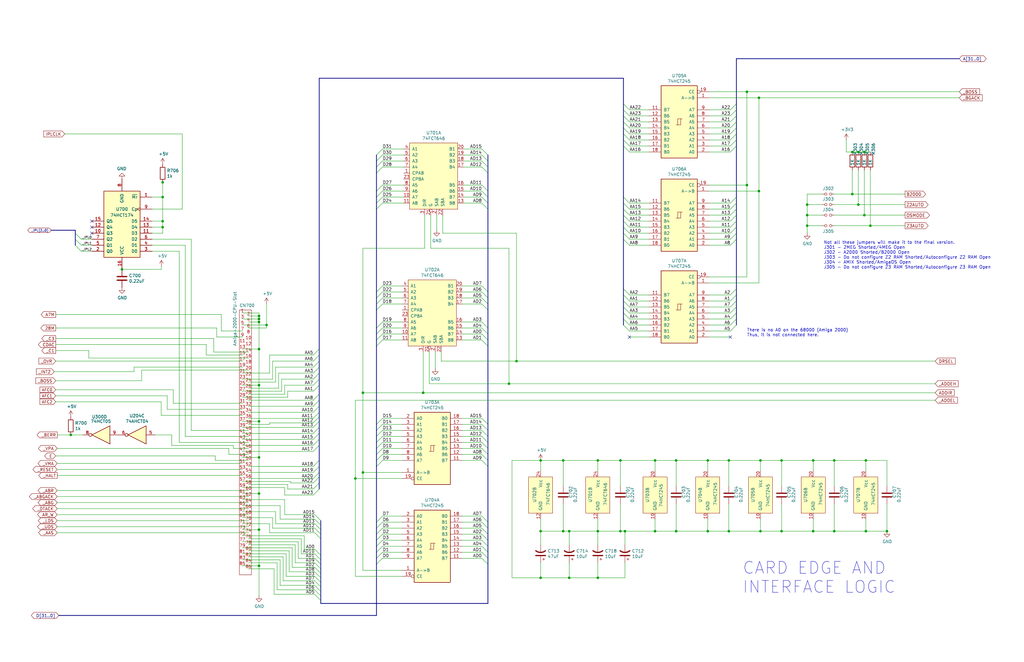
<source format=kicad_sch>
(kicad_sch (version 20211123) (generator eeschema)
  (paper "B")
  (title_block (title "Amiga N2630") (date "2022-05-20") (rev "1.1"))
  (junction (at 276.225 194.31))
  (junction (at 109.22 133.35))
  (junction (at 285.115 224.155))
  (junction (at 214.63 161.925))
  (junction (at 217.805 152.4))
  (junction (at 263.525 224.155))
  (junction (at 112.395 137.16))
  (junction (at 109.22 193.04))
  (junction (at 314.96 78.105))
  (junction (at 367.03 95.25))
  (junction (at 29.845 183.515))
  (junction (at 340.36 90.805))
  (junction (at 285.115 194.31))
  (junction (at 51.435 113.665))
  (junction (at 364.49 90.805))
  (junction (at 109.22 238.76))
  (junction (at 227.965 243.84))
  (junction (at 320.04 41.275))
  (junction (at 68.58 76.962))
  (junction (at 237.49 224.155))
  (junction (at 364.49 64.135))
  (junction (at 329.565 224.155))
  (junction (at 329.565 194.31))
  (junction (at 342.9 224.155))
  (junction (at 340.36 86.36))
  (junction (at 342.9 194.31))
  (junction (at 153.035 165.735))
  (junction (at 359.41 81.915))
  (junction (at 276.225 224.155))
  (junction (at 178.435 165.735))
  (junction (at 68.58 93.345))
  (junction (at 307.34 194.31))
  (junction (at 252.095 194.31))
  (junction (at 307.34 224.155))
  (junction (at 361.95 64.135))
  (junction (at 374.015 224.155))
  (junction (at 109.22 177.8))
  (junction (at 261.62 194.31))
  (junction (at 252.095 243.84))
  (junction (at 365.125 194.31))
  (junction (at 359.41 64.135))
  (junction (at 109.22 208.28))
  (junction (at 361.95 86.36))
  (junction (at 149.86 201.93))
  (junction (at 237.49 194.31))
  (junction (at 227.965 224.155))
  (junction (at 320.04 80.645))
  (junction (at 109.22 223.52))
  (junction (at 227.965 194.31))
  (junction (at 320.675 224.155))
  (junction (at 109.22 135.89))
  (junction (at 240.03 224.155))
  (junction (at 68.58 83.185))
  (junction (at 298.45 194.31))
  (junction (at 240.03 243.84))
  (junction (at 261.62 224.155))
  (junction (at 351.79 194.31))
  (junction (at 109.22 147.32))
  (junction (at 340.36 95.25))
  (junction (at 314.96 38.735))
  (junction (at 351.79 224.155))
  (junction (at 109.22 134.62))
  (junction (at 109.22 162.56))
  (junction (at 320.675 194.31))
  (junction (at 153.035 199.39))
  (junction (at 252.095 224.155))
  (junction (at 68.58 95.885))
  (junction (at 365.125 224.155))
  (junction (at 298.45 224.155))
  (no_connect (at 265.43 142.24))
  (no_connect (at 38.735 98.425))
  (no_connect (at 38.735 93.345))
  (no_connect (at 38.735 95.885))
  (no_connect (at 307.975 142.24))
  (bus_entry (at 265.43 98.425) (size -2.54 -2.54))
  (bus_entry (at 132.08 187.96) (size 2.54 -2.54))
  (bus_entry (at 203.2 227.965) (size 2.54 2.54))
  (bus_entry (at 132.715 241.3) (size 2.54 2.54))
  (bus_entry (at 132.715 239.395) (size 2.54 2.54))
  (bus_entry (at 132.715 237.49) (size 2.54 2.54))
  (bus_entry (at 132.715 250.825) (size 2.54 2.54))
  (bus_entry (at 132.715 248.92) (size 2.54 2.54))
  (bus_entry (at 132.715 247.015) (size 2.54 2.54))
  (bus_entry (at 132.715 245.11) (size 2.54 2.54))
  (bus_entry (at 132.715 243.205) (size 2.54 2.54))
  (bus_entry (at 132.715 235.585) (size 2.54 2.54))
  (bus_entry (at 265.43 139.7) (size -2.54 -2.54))
  (bus_entry (at 161.29 125.73) (size -2.54 2.54))
  (bus_entry (at 307.975 95.885) (size 2.54 -2.54))
  (bus_entry (at 307.975 124.46) (size 2.54 -2.54))
  (bus_entry (at 132.08 190.5) (size 2.54 -2.54))
  (bus_entry (at 307.975 127) (size 2.54 -2.54))
  (bus_entry (at 307.975 53.975) (size 2.54 -2.54))
  (bus_entry (at 203.2 230.505) (size 2.54 2.54))
  (bus_entry (at 265.43 100.965) (size -2.54 -2.54))
  (bus_entry (at 265.43 137.16) (size -2.54 -2.54))
  (bus_entry (at 161.29 181.61) (size -2.54 2.54))
  (bus_entry (at 307.975 59.055) (size 2.54 -2.54))
  (bus_entry (at 203.2 233.045) (size 2.54 2.54))
  (bus_entry (at 161.29 220.345) (size -2.54 2.54))
  (bus_entry (at 265.43 64.135) (size -2.54 -2.54))
  (bus_entry (at 34.29 106.045) (size -2.54 -2.54))
  (bus_entry (at 203.2 189.23) (size 2.54 2.54))
  (bus_entry (at 203.2 83.185) (size 2.54 2.54))
  (bus_entry (at 161.29 230.505) (size -2.54 2.54))
  (bus_entry (at 161.29 135.89) (size -2.54 2.54))
  (bus_entry (at 265.43 48.895) (size -2.54 -2.54))
  (bus_entry (at 265.43 132.08) (size -2.54 -2.54))
  (bus_entry (at 132.08 196.85) (size 2.54 -2.54))
  (bus_entry (at 132.08 165.1) (size 2.54 -2.54))
  (bus_entry (at 132.08 162.56) (size 2.54 -2.54))
  (bus_entry (at 132.08 160.02) (size 2.54 -2.54))
  (bus_entry (at 132.08 157.48) (size 2.54 -2.54))
  (bus_entry (at 132.08 154.94) (size 2.54 -2.54))
  (bus_entry (at 132.08 152.4) (size 2.54 -2.54))
  (bus_entry (at 132.08 149.86) (size 2.54 -2.54))
  (bus_entry (at 203.2 65.405) (size 2.54 2.54))
  (bus_entry (at 307.975 51.435) (size 2.54 -2.54))
  (bus_entry (at 265.43 129.54) (size -2.54 -2.54))
  (bus_entry (at 161.29 235.585) (size -2.54 2.54))
  (bus_entry (at 203.2 143.51) (size 2.54 2.54))
  (bus_entry (at 203.2 181.61) (size 2.54 2.54))
  (bus_entry (at 262.89 100.965) (size 2.54 2.54))
  (bus_entry (at 265.43 90.805) (size -2.54 -2.54))
  (bus_entry (at 34.29 103.505) (size -2.54 -2.54))
  (bus_entry (at 203.2 70.485) (size 2.54 2.54))
  (bus_entry (at 307.975 139.7) (size 2.54 -2.54))
  (bus_entry (at 203.2 222.885) (size 2.54 2.54))
  (bus_entry (at 132.08 173.99) (size 2.54 -2.54))
  (bus_entry (at 203.2 179.07) (size 2.54 2.54))
  (bus_entry (at 161.29 80.645) (size -2.54 2.54))
  (bus_entry (at 265.43 53.975) (size -2.54 -2.54))
  (bus_entry (at 34.29 100.965) (size -2.54 -2.54))
  (bus_entry (at 203.2 62.865) (size 2.54 2.54))
  (bus_entry (at 161.29 222.885) (size -2.54 2.54))
  (bus_entry (at 203.2 220.345) (size 2.54 2.54))
  (bus_entry (at 161.29 179.07) (size -2.54 2.54))
  (bus_entry (at 132.715 233.68) (size 2.54 2.54))
  (bus_entry (at 132.715 231.775) (size 2.54 2.54))
  (bus_entry (at 132.715 224.79) (size 2.54 2.54))
  (bus_entry (at 132.715 222.885) (size 2.54 2.54))
  (bus_entry (at 132.715 220.98) (size 2.54 2.54))
  (bus_entry (at 132.715 219.075) (size 2.54 2.54))
  (bus_entry (at 132.715 217.17) (size 2.54 2.54))
  (bus_entry (at 161.29 176.53) (size -2.54 2.54))
  (bus_entry (at 132.08 185.42) (size 2.54 -2.54))
  (bus_entry (at 307.975 98.425) (size 2.54 -2.54))
  (bus_entry (at 203.2 191.77) (size 2.54 2.54))
  (bus_entry (at 307.975 100.965) (size 2.54 -2.54))
  (bus_entry (at 307.975 93.345) (size 2.54 -2.54))
  (bus_entry (at 203.2 138.43) (size 2.54 2.54))
  (bus_entry (at 265.43 124.46) (size -2.54 -2.54))
  (bus_entry (at 307.975 46.355) (size 2.54 -2.54))
  (bus_entry (at 307.975 90.805) (size 2.54 -2.54))
  (bus_entry (at 307.975 103.505) (size 2.54 -2.54))
  (bus_entry (at 161.29 233.045) (size -2.54 2.54))
  (bus_entry (at 203.2 128.27) (size 2.54 2.54))
  (bus_entry (at 307.975 56.515) (size 2.54 -2.54))
  (bus_entry (at 203.2 123.19) (size 2.54 2.54))
  (bus_entry (at 203.2 140.97) (size 2.54 2.54))
  (bus_entry (at 265.43 59.055) (size -2.54 -2.54))
  (bus_entry (at 161.29 140.97) (size -2.54 2.54))
  (bus_entry (at 132.08 201.93) (size 2.54 -2.54))
  (bus_entry (at 161.29 85.725) (size -2.54 2.54))
  (bus_entry (at 161.29 186.69) (size -2.54 2.54))
  (bus_entry (at 132.08 182.88) (size 2.54 -2.54))
  (bus_entry (at 203.2 176.53) (size 2.54 2.54))
  (bus_entry (at 161.29 143.51) (size -2.54 2.54))
  (bus_entry (at 132.08 178.435) (size 2.54 -2.54))
  (bus_entry (at 203.2 80.645) (size 2.54 2.54))
  (bus_entry (at 161.29 83.185) (size -2.54 2.54))
  (bus_entry (at 265.43 134.62) (size -2.54 -2.54))
  (bus_entry (at 161.29 194.31) (size -2.54 2.54))
  (bus_entry (at 265.43 95.885) (size -2.54 -2.54))
  (bus_entry (at 265.43 88.265) (size -2.54 -2.54))
  (bus_entry (at 132.08 199.39) (size 2.54 -2.54))
  (bus_entry (at 203.2 120.65) (size 2.54 2.54))
  (bus_entry (at 161.29 123.19) (size -2.54 2.54))
  (bus_entry (at 265.43 85.725) (size -2.54 -2.54))
  (bus_entry (at 132.08 171.45) (size 2.54 -2.54))
  (bus_entry (at 161.29 225.425) (size -2.54 2.54))
  (bus_entry (at 161.29 138.43) (size -2.54 2.54))
  (bus_entry (at 161.29 67.945) (size -2.54 2.54))
  (bus_entry (at 203.2 186.69) (size 2.54 2.54))
  (bus_entry (at 132.08 176.53) (size 2.54 -2.54))
  (bus_entry (at 307.975 129.54) (size 2.54 -2.54))
  (bus_entry (at 161.29 128.27) (size -2.54 2.54))
  (bus_entry (at 161.29 227.965) (size -2.54 2.54))
  (bus_entry (at 265.43 127) (size -2.54 -2.54))
  (bus_entry (at 161.29 184.15) (size -2.54 2.54))
  (bus_entry (at 265.43 51.435) (size -2.54 -2.54))
  (bus_entry (at 203.2 125.73) (size 2.54 2.54))
  (bus_entry (at 203.2 85.725) (size 2.54 2.54))
  (bus_entry (at 307.975 137.16) (size 2.54 -2.54))
  (bus_entry (at 132.08 168.91) (size 2.54 -2.54))
  (bus_entry (at 203.2 135.89) (size 2.54 2.54))
  (bus_entry (at 161.29 189.23) (size -2.54 2.54))
  (bus_entry (at 161.29 78.105) (size -2.54 2.54))
  (bus_entry (at 132.08 180.34) (size 2.54 -2.54))
  (bus_entry (at 161.29 65.405) (size -2.54 2.54))
  (bus_entry (at 307.975 64.135) (size 2.54 -2.54))
  (bus_entry (at 203.2 67.945) (size 2.54 2.54))
  (bus_entry (at 203.2 194.31) (size 2.54 2.54))
  (bus_entry (at 265.43 93.345) (size -2.54 -2.54))
  (bus_entry (at 307.975 88.265) (size 2.54 -2.54))
  (bus_entry (at 203.2 184.15) (size 2.54 2.54))
  (bus_entry (at 307.975 48.895) (size 2.54 -2.54))
  (bus_entry (at 132.08 208.915) (size 2.54 -2.54))
  (bus_entry (at 132.08 203.835) (size 2.54 -2.54))
  (bus_entry (at 132.08 206.375) (size 2.54 -2.54))
  (bus_entry (at 161.29 191.77) (size -2.54 2.54))
  (bus_entry (at 203.2 217.805) (size 2.54 2.54))
  (bus_entry (at 307.975 85.725) (size 2.54 -2.54))
  (bus_entry (at 158.75 123.19) (size 2.54 -2.54))
  (bus_entry (at 203.2 235.585) (size 2.54 2.54))
  (bus_entry (at 158.75 65.405) (size 2.54 -2.54))
  (bus_entry (at 161.29 217.805) (size -2.54 2.54))
  (bus_entry (at 265.43 61.595) (size -2.54 -2.54))
  (bus_entry (at 203.2 78.105) (size 2.54 2.54))
  (bus_entry (at 265.43 56.515) (size -2.54 -2.54))
  (bus_entry (at 307.975 61.595) (size 2.54 -2.54))
  (bus_entry (at 265.43 46.355) (size -2.54 -2.54))
  (bus_entry (at 307.975 134.62) (size 2.54 -2.54))
  (bus_entry (at 307.975 132.08) (size 2.54 -2.54))
  (bus_entry (at 203.2 225.425) (size 2.54 2.54))
  (bus_entry (at 161.29 70.485) (size -2.54 2.54))
  (wire (pts (xy 273.685 142.24) (xy 265.43 142.24)))
  (bus (pts (xy 205.74 194.31) (xy 205.74 196.85)))
  (bus (pts (xy 134.62 154.94) (xy 134.62 157.48)))
  (wire (pts (xy 120.015 162.56) (xy 120.015 166.37)))
  (wire (pts (xy 113.665 220.98) (xy 113.665 224.79)))
  (wire (pts (xy 273.685 95.885) (xy 265.43 95.885)))
  (wire (pts (xy 102.235 167.64) (xy 121.285 167.64)))
  (wire (pts (xy 374.015 194.31) (xy 374.015 205.105)))
  (wire (pts (xy 102.235 231.14) (xy 123.19 231.14)))
  (wire (pts (xy 96.52 189.23) (xy 24.13 189.23)))
  (bus (pts (xy 205.74 88.265) (xy 205.74 123.19)))
  (wire (pts (xy 169.545 140.97) (xy 161.29 140.97)))
  (wire (pts (xy 194.945 184.15) (xy 203.2 184.15)))
  (bus (pts (xy 158.75 80.645) (xy 158.75 83.185)))
  (bus (pts (xy 262.89 129.54) (xy 262.89 132.08)))
  (wire (pts (xy 121.92 241.3) (xy 132.715 241.3)))
  (wire (pts (xy 128.27 226.06) (xy 128.27 231.775)))
  (bus (pts (xy 158.75 235.585) (xy 158.75 238.125)))
  (wire (pts (xy 104.775 138.43) (xy 112.395 138.43)))
  (wire (pts (xy 194.945 227.965) (xy 203.2 227.965)))
  (bus (pts (xy 135.255 223.52) (xy 135.255 225.425)))
  (wire (pts (xy 169.545 143.51) (xy 161.29 143.51)))
  (wire (pts (xy 104.775 156.21) (xy 59.69 156.21)))
  (bus (pts (xy 135.255 240.03) (xy 135.255 241.935)))
  (bus (pts (xy 262.89 98.425) (xy 262.89 100.965)))
  (wire (pts (xy 109.22 132.08) (xy 109.22 133.35)))
  (wire (pts (xy 104.775 173.99) (xy 132.08 173.99)))
  (wire (pts (xy 365.125 198.755) (xy 365.125 194.31)))
  (wire (pts (xy 102.235 132.08) (xy 109.22 132.08)))
  (wire (pts (xy 153.035 199.39) (xy 153.035 240.665)))
  (wire (pts (xy 90.805 194.31) (xy 90.805 192.405)))
  (wire (pts (xy 273.685 88.265) (xy 265.43 88.265)))
  (wire (pts (xy 299.085 85.725) (xy 307.975 85.725)))
  (wire (pts (xy 320.675 194.31) (xy 329.565 194.31)))
  (wire (pts (xy 149.86 243.205) (xy 169.545 243.205)))
  (wire (pts (xy 90.17 142.875) (xy 90.17 148.59)))
  (wire (pts (xy 78.105 103.505) (xy 78.105 184.15)))
  (wire (pts (xy 112.395 137.16) (xy 112.395 128.27)))
  (wire (pts (xy 227.965 194.31) (xy 237.49 194.31)))
  (wire (pts (xy 299.085 53.975) (xy 307.975 53.975)))
  (wire (pts (xy 27.305 56.515) (xy 76.835 56.515)))
  (wire (pts (xy 276.225 194.31) (xy 285.115 194.31)))
  (wire (pts (xy 346.71 95.25) (xy 340.36 95.25)))
  (wire (pts (xy 276.225 198.755) (xy 276.225 194.31)))
  (bus (pts (xy 134.62 177.8) (xy 134.62 180.34)))
  (bus (pts (xy 262.89 90.805) (xy 262.89 93.345)))
  (wire (pts (xy 340.36 81.915) (xy 340.36 86.36)))
  (wire (pts (xy 102.235 187.96) (xy 132.08 187.96)))
  (wire (pts (xy 169.545 191.77) (xy 161.29 191.77)))
  (wire (pts (xy 169.545 179.07) (xy 161.29 179.07)))
  (wire (pts (xy 153.035 240.665) (xy 169.545 240.665)))
  (bus (pts (xy 310.515 53.975) (xy 310.515 56.515)))
  (wire (pts (xy 361.95 86.36) (xy 381.635 86.36)))
  (wire (pts (xy 102.235 198.12) (xy 24.13 198.12)))
  (bus (pts (xy 205.74 179.07) (xy 205.74 181.61)))
  (wire (pts (xy 102.235 236.22) (xy 118.11 236.22)))
  (wire (pts (xy 72.39 187.96) (xy 72.39 183.515)))
  (bus (pts (xy 310.515 51.435) (xy 310.515 53.975)))
  (wire (pts (xy 169.545 189.23) (xy 161.29 189.23)))
  (wire (pts (xy 104.775 191.77) (xy 96.52 191.77)))
  (wire (pts (xy 104.775 196.85) (xy 132.08 196.85)))
  (wire (pts (xy 120.015 217.17) (xy 132.715 217.17)))
  (wire (pts (xy 195.58 70.485) (xy 203.2 70.485)))
  (wire (pts (xy 194.945 194.31) (xy 203.2 194.31)))
  (wire (pts (xy 170.18 70.485) (xy 161.29 70.485)))
  (bus (pts (xy 134.62 152.4) (xy 134.62 154.94)))
  (wire (pts (xy 217.805 152.4) (xy 394.335 152.4)))
  (wire (pts (xy 340.36 95.25) (xy 340.36 98.425)))
  (wire (pts (xy 113.665 157.48) (xy 113.665 149.86)))
  (wire (pts (xy 104.775 184.15) (xy 78.105 184.15)))
  (bus (pts (xy 134.62 33.02) (xy 134.62 147.32)))
  (wire (pts (xy 169.545 186.69) (xy 161.29 186.69)))
  (wire (pts (xy 314.96 38.735) (xy 299.085 38.735)))
  (bus (pts (xy 205.74 140.97) (xy 205.74 143.51)))
  (wire (pts (xy 169.545 220.345) (xy 161.29 220.345)))
  (bus (pts (xy 262.89 95.885) (xy 262.89 98.425)))
  (wire (pts (xy 194.945 143.51) (xy 203.2 143.51)))
  (bus (pts (xy 310.515 95.885) (xy 310.515 98.425)))
  (wire (pts (xy 109.22 208.28) (xy 109.22 223.52)))
  (wire (pts (xy 149.86 201.93) (xy 149.86 243.205)))
  (bus (pts (xy 158.75 233.045) (xy 158.75 235.585)))
  (wire (pts (xy 118.11 219.075) (xy 132.715 219.075)))
  (wire (pts (xy 56.515 156.845) (xy 56.515 154.94)))
  (bus (pts (xy 262.89 85.725) (xy 262.89 88.265)))
  (wire (pts (xy 170.18 65.405) (xy 161.29 65.405)))
  (bus (pts (xy 31.75 98.425) (xy 31.75 100.965)))
  (wire (pts (xy 102.235 152.4) (xy 23.495 152.4)))
  (wire (pts (xy 340.36 86.36) (xy 340.36 90.805)))
  (wire (pts (xy 194.945 176.53) (xy 203.2 176.53)))
  (wire (pts (xy 23.495 169.545) (xy 67.945 169.545)))
  (bus (pts (xy 205.74 85.725) (xy 205.74 88.265)))
  (wire (pts (xy 351.79 95.25) (xy 367.03 95.25)))
  (bus (pts (xy 134.62 166.37) (xy 134.62 168.91)))
  (wire (pts (xy 342.9 198.755) (xy 342.9 194.31)))
  (wire (pts (xy 109.22 193.04) (xy 109.22 208.28)))
  (wire (pts (xy 113.665 224.79) (xy 132.715 224.79)))
  (wire (pts (xy 346.71 90.805) (xy 340.36 90.805)))
  (bus (pts (xy 134.62 199.39) (xy 134.62 201.295)))
  (wire (pts (xy 104.775 217.17) (xy 24.13 217.17)))
  (wire (pts (xy 104.775 148.59) (xy 90.17 148.59)))
  (wire (pts (xy 102.235 180.34) (xy 132.08 180.34)))
  (wire (pts (xy 178.435 165.735) (xy 153.035 165.735)))
  (bus (pts (xy 262.89 51.435) (xy 262.89 53.975)))
  (bus (pts (xy 310.515 43.815) (xy 310.515 46.355)))
  (wire (pts (xy 91.44 138.43) (xy 23.495 138.43)))
  (bus (pts (xy 310.515 129.54) (xy 310.515 132.08)))
  (bus (pts (xy 135.255 245.745) (xy 135.255 247.65)))
  (bus (pts (xy 262.89 33.02) (xy 134.62 33.02)))
  (wire (pts (xy 178.435 165.735) (xy 178.435 148.59)))
  (bus (pts (xy 158.75 70.485) (xy 158.75 73.025)))
  (wire (pts (xy 273.685 56.515) (xy 265.43 56.515)))
  (wire (pts (xy 299.085 132.08) (xy 307.975 132.08)))
  (wire (pts (xy 122.555 203.2) (xy 122.555 203.835)))
  (bus (pts (xy 158.75 138.43) (xy 158.75 140.97)))
  (wire (pts (xy 102.235 172.72) (xy 70.485 172.72)))
  (wire (pts (xy 64.135 98.425) (xy 68.58 98.425)))
  (wire (pts (xy 285.115 224.155) (xy 298.45 224.155)))
  (wire (pts (xy 314.96 78.105) (xy 314.96 38.735)))
  (wire (pts (xy 109.22 162.56) (xy 109.22 177.8)))
  (wire (pts (xy 104.775 135.89) (xy 109.22 135.89)))
  (wire (pts (xy 68.58 95.885) (xy 68.58 98.425)))
  (bus (pts (xy 205.74 146.05) (xy 205.74 179.07)))
  (bus (pts (xy 158.75 128.27) (xy 158.75 130.81)))
  (wire (pts (xy 170.18 62.865) (xy 161.29 62.865)))
  (bus (pts (xy 31.75 97.155) (xy 31.75 98.425)))
  (wire (pts (xy 169.545 230.505) (xy 161.29 230.505)))
  (wire (pts (xy 307.975 142.24) (xy 299.085 142.24)))
  (wire (pts (xy 102.235 165.1) (xy 118.745 165.1)))
  (bus (pts (xy 158.75 196.85) (xy 158.75 220.345)))
  (wire (pts (xy 118.11 247.015) (xy 132.715 247.015)))
  (bus (pts (xy 158.75 186.69) (xy 158.75 189.23)))
  (bus (pts (xy 205.74 67.945) (xy 205.74 70.485)))
  (wire (pts (xy 102.235 142.24) (xy 91.44 142.24)))
  (wire (pts (xy 120.015 208.915) (xy 132.08 208.915)))
  (wire (pts (xy 102.235 220.98) (xy 113.665 220.98)))
  (wire (pts (xy 104.775 201.93) (xy 132.08 201.93)))
  (wire (pts (xy 273.685 61.595) (xy 265.43 61.595)))
  (wire (pts (xy 273.685 85.725) (xy 265.43 85.725)))
  (wire (pts (xy 104.775 207.01) (xy 24.13 207.01)))
  (bus (pts (xy 158.75 227.965) (xy 158.75 230.505)))
  (wire (pts (xy 320.04 41.275) (xy 299.085 41.275)))
  (bus (pts (xy 205.74 225.425) (xy 205.74 227.965)))
  (wire (pts (xy 364.49 64.135) (xy 367.03 64.135)))
  (wire (pts (xy 299.085 98.425) (xy 307.975 98.425)))
  (wire (pts (xy 367.03 71.755) (xy 367.03 95.25)))
  (wire (pts (xy 124.46 237.49) (xy 132.715 237.49)))
  (wire (pts (xy 115.57 240.03) (xy 115.57 250.825)))
  (bus (pts (xy 135.255 221.615) (xy 135.255 223.52)))
  (wire (pts (xy 109.22 133.35) (xy 109.22 134.62)))
  (bus (pts (xy 134.62 175.895) (xy 134.62 177.8)))
  (bus (pts (xy 134.62 180.34) (xy 134.62 182.88)))
  (wire (pts (xy 102.235 193.04) (xy 109.22 193.04)))
  (wire (pts (xy 273.685 51.435) (xy 265.43 51.435)))
  (bus (pts (xy 262.89 121.92) (xy 262.89 124.46)))
  (wire (pts (xy 122.555 203.835) (xy 132.08 203.835)))
  (wire (pts (xy 70.485 167.005) (xy 23.495 167.005)))
  (wire (pts (xy 59.69 160.655) (xy 59.69 156.21)))
  (bus (pts (xy 158.75 67.945) (xy 158.75 70.485)))
  (wire (pts (xy 299.085 100.965) (xy 307.975 100.965)))
  (wire (pts (xy 51.435 113.665) (xy 68.072 113.665)))
  (bus (pts (xy 205.74 184.15) (xy 205.74 186.69)))
  (wire (pts (xy 70.485 172.72) (xy 70.485 167.005)))
  (wire (pts (xy 109.22 135.89) (xy 109.22 147.32)))
  (bus (pts (xy 158.75 189.23) (xy 158.75 191.77)))
  (wire (pts (xy 320.675 198.755) (xy 320.675 194.31)))
  (wire (pts (xy 68.58 83.185) (xy 64.135 83.185)))
  (wire (pts (xy 195.58 80.645) (xy 203.2 80.645)))
  (bus (pts (xy 158.75 220.345) (xy 158.75 222.885)))
  (wire (pts (xy 37.465 151.13) (xy 37.465 147.955)))
  (wire (pts (xy 169.545 184.15) (xy 161.29 184.15)))
  (wire (pts (xy 351.79 194.31) (xy 365.125 194.31)))
  (wire (pts (xy 120.015 205.74) (xy 120.015 208.915)))
  (bus (pts (xy 135.255 219.71) (xy 135.255 221.615)))
  (bus (pts (xy 310.515 61.595) (xy 310.515 83.185)))
  (wire (pts (xy 68.58 76.835) (xy 68.58 76.962)))
  (wire (pts (xy 252.095 224.155) (xy 261.62 224.155)))
  (wire (pts (xy 194.945 181.61) (xy 203.2 181.61)))
  (wire (pts (xy 102.235 203.2) (xy 122.555 203.2)))
  (bus (pts (xy 135.255 247.65) (xy 135.255 249.555)))
  (wire (pts (xy 195.58 83.185) (xy 203.2 83.185)))
  (bus (pts (xy 310.515 134.62) (xy 310.515 137.16)))
  (bus (pts (xy 158.75 191.77) (xy 158.75 194.31)))
  (wire (pts (xy 132.08 178.435) (xy 113.665 178.435)))
  (wire (pts (xy 299.085 93.345) (xy 307.975 93.345)))
  (wire (pts (xy 102.235 182.88) (xy 132.08 182.88)))
  (wire (pts (xy 214.63 161.925) (xy 180.975 161.925)))
  (wire (pts (xy 240.03 229.87) (xy 240.03 224.155)))
  (wire (pts (xy 299.085 78.105) (xy 314.96 78.105)))
  (wire (pts (xy 346.71 86.36) (xy 340.36 86.36)))
  (wire (pts (xy 169.545 176.53) (xy 161.29 176.53)))
  (wire (pts (xy 102.235 137.16) (xy 112.395 137.16)))
  (wire (pts (xy 116.205 220.98) (xy 132.715 220.98)))
  (bus (pts (xy 135.255 251.46) (xy 135.255 253.365)))
  (wire (pts (xy 170.18 78.105) (xy 161.29 78.105)))
  (wire (pts (xy 194.945 191.77) (xy 203.2 191.77)))
  (wire (pts (xy 299.085 56.515) (xy 307.975 56.515)))
  (wire (pts (xy 102.235 205.74) (xy 120.015 205.74)))
  (wire (pts (xy 195.58 85.725) (xy 203.2 85.725)))
  (wire (pts (xy 38.735 103.505) (xy 34.29 103.505)))
  (wire (pts (xy 261.62 194.31) (xy 276.225 194.31)))
  (wire (pts (xy 374.015 224.155) (xy 374.015 212.725)))
  (wire (pts (xy 153.035 165.735) (xy 153.035 104.775)))
  (wire (pts (xy 86.995 145.415) (xy 23.495 145.415)))
  (bus (pts (xy 310.515 127) (xy 310.515 129.54)))
  (wire (pts (xy 64.135 93.345) (xy 68.58 93.345)))
  (wire (pts (xy 237.49 224.155) (xy 240.03 224.155)))
  (wire (pts (xy 102.235 134.62) (xy 109.22 134.62)))
  (wire (pts (xy 194.945 220.345) (xy 203.2 220.345)))
  (wire (pts (xy 320.04 80.645) (xy 320.04 41.275)))
  (wire (pts (xy 64.135 95.885) (xy 68.58 95.885)))
  (wire (pts (xy 181.61 104.775) (xy 214.63 104.775)))
  (wire (pts (xy 217.805 152.4) (xy 186.055 152.4)))
  (wire (pts (xy 102.235 228.6) (xy 125.73 228.6)))
  (wire (pts (xy 102.235 226.06) (xy 128.27 226.06)))
  (wire (pts (xy 102.235 195.58) (xy 24.13 195.58)))
  (wire (pts (xy 23.495 164.465) (xy 73.025 164.465)))
  (wire (pts (xy 169.545 225.425) (xy 161.29 225.425)))
  (bus (pts (xy 135.255 236.22) (xy 135.255 238.125)))
  (wire (pts (xy 104.775 161.29) (xy 116.205 161.29)))
  (wire (pts (xy 116.205 215.9) (xy 116.205 220.98)))
  (bus (pts (xy 310.515 121.92) (xy 310.515 124.46)))
  (wire (pts (xy 351.79 224.155) (xy 365.125 224.155)))
  (wire (pts (xy 299.085 124.46) (xy 307.975 124.46)))
  (bus (pts (xy 134.62 201.295) (xy 134.62 203.835)))
  (wire (pts (xy 121.92 232.41) (xy 121.92 241.3)))
  (bus (pts (xy 205.74 80.645) (xy 205.74 83.185)))
  (wire (pts (xy 104.775 212.09) (xy 24.13 212.09)))
  (wire (pts (xy 169.545 135.89) (xy 161.29 135.89)))
  (bus (pts (xy 134.62 203.835) (xy 134.62 206.375)))
  (bus (pts (xy 205.74 70.485) (xy 205.74 73.025)))
  (bus (pts (xy 262.89 88.265) (xy 262.89 90.805)))
  (wire (pts (xy 320.675 224.155) (xy 329.565 224.155)))
  (wire (pts (xy 252.095 198.755) (xy 252.095 194.31)))
  (wire (pts (xy 195.58 67.945) (xy 203.2 67.945)))
  (bus (pts (xy 262.89 33.02) (xy 262.89 43.815)))
  (wire (pts (xy 102.235 157.48) (xy 113.665 157.48)))
  (wire (pts (xy 116.84 237.49) (xy 116.84 248.92)))
  (wire (pts (xy 120.015 210.82) (xy 120.015 217.17)))
  (bus (pts (xy 158.75 140.97) (xy 158.75 143.51)))
  (wire (pts (xy 169.545 222.885) (xy 161.29 222.885)))
  (wire (pts (xy 102.235 175.26) (xy 67.945 175.26)))
  (wire (pts (xy 109.22 177.8) (xy 109.22 193.04)))
  (wire (pts (xy 68.58 76.962) (xy 68.58 83.185)))
  (wire (pts (xy 314.96 116.84) (xy 314.96 78.105)))
  (bus (pts (xy 262.89 93.345) (xy 262.89 95.885)))
  (wire (pts (xy 240.03 243.84) (xy 252.095 243.84)))
  (bus (pts (xy 158.75 83.185) (xy 158.75 85.725)))
  (bus (pts (xy 310.515 85.725) (xy 310.515 88.265)))
  (bus (pts (xy 205.74 235.585) (xy 205.74 238.125)))
  (wire (pts (xy 104.775 224.79) (xy 24.13 224.79)))
  (wire (pts (xy 320.675 219.075) (xy 320.675 224.155)))
  (wire (pts (xy 263.525 224.155) (xy 276.225 224.155)))
  (wire (pts (xy 240.03 224.155) (xy 252.095 224.155)))
  (wire (pts (xy 329.565 194.31) (xy 342.9 194.31)))
  (bus (pts (xy 205.74 220.345) (xy 205.74 222.885)))
  (wire (pts (xy 119.38 245.11) (xy 132.715 245.11)))
  (wire (pts (xy 118.11 213.36) (xy 118.11 219.075)))
  (wire (pts (xy 104.775 209.55) (xy 24.13 209.55)))
  (wire (pts (xy 102.235 162.56) (xy 109.22 162.56)))
  (wire (pts (xy 113.665 178.435) (xy 113.665 179.07)))
  (wire (pts (xy 298.45 194.31) (xy 307.34 194.31)))
  (wire (pts (xy 194.945 189.23) (xy 203.2 189.23)))
  (bus (pts (xy 310.515 59.055) (xy 310.515 61.595)))
  (wire (pts (xy 132.08 165.1) (xy 121.285 165.1)))
  (bus (pts (xy 205.74 73.025) (xy 205.74 80.645)))
  (wire (pts (xy 298.45 219.075) (xy 298.45 224.155)))
  (wire (pts (xy 186.055 152.4) (xy 186.055 148.59)))
  (wire (pts (xy 194.945 235.585) (xy 203.2 235.585)))
  (wire (pts (xy 104.775 227.33) (xy 127 227.33)))
  (wire (pts (xy 23.495 160.655) (xy 59.69 160.655)))
  (bus (pts (xy 310.515 83.185) (xy 310.515 85.725)))
  (wire (pts (xy 169.545 125.73) (xy 161.29 125.73)))
  (wire (pts (xy 273.685 53.975) (xy 265.43 53.975)))
  (wire (pts (xy 299.085 103.505) (xy 307.975 103.505)))
  (wire (pts (xy 320.04 41.275) (xy 404.495 41.275)))
  (bus (pts (xy 134.62 194.31) (xy 134.62 196.85)))
  (wire (pts (xy 299.085 61.595) (xy 307.975 61.595)))
  (wire (pts (xy 307.34 212.725) (xy 307.34 224.155)))
  (wire (pts (xy 104.775 199.39) (xy 132.08 199.39)))
  (wire (pts (xy 364.49 90.805) (xy 381.635 90.805)))
  (wire (pts (xy 273.685 59.055) (xy 265.43 59.055)))
  (wire (pts (xy 273.685 139.7) (xy 265.43 139.7)))
  (wire (pts (xy 261.62 205.105) (xy 261.62 194.31)))
  (bus (pts (xy 205.74 65.405) (xy 205.74 67.945)))
  (bus (pts (xy 310.515 88.265) (xy 310.515 90.805)))
  (wire (pts (xy 351.79 205.105) (xy 351.79 194.31)))
  (wire (pts (xy 102.235 238.76) (xy 109.22 238.76)))
  (bus (pts (xy 262.89 124.46) (xy 262.89 127)))
  (bus (pts (xy 135.255 241.935) (xy 135.255 243.84)))
  (wire (pts (xy 215.9 194.31) (xy 227.965 194.31)))
  (wire (pts (xy 68.072 112.395) (xy 68.072 113.665)))
  (wire (pts (xy 104.775 214.63) (xy 24.13 214.63)))
  (wire (pts (xy 195.58 78.105) (xy 203.2 78.105)))
  (wire (pts (xy 68.58 93.345) (xy 68.58 95.885)))
  (wire (pts (xy 273.685 132.08) (xy 265.43 132.08)))
  (bus (pts (xy 205.74 196.85) (xy 205.74 220.345)))
  (wire (pts (xy 169.545 217.805) (xy 161.29 217.805)))
  (wire (pts (xy 127 233.68) (xy 132.715 233.68)))
  (wire (pts (xy 104.775 229.87) (xy 124.46 229.87)))
  (wire (pts (xy 102.235 215.9) (xy 116.205 215.9)))
  (wire (pts (xy 169.545 199.39) (xy 153.035 199.39)))
  (wire (pts (xy 123.19 239.395) (xy 132.715 239.395)))
  (bus (pts (xy 134.62 171.45) (xy 134.62 173.99)))
  (wire (pts (xy 195.58 62.865) (xy 203.2 62.865)))
  (wire (pts (xy 118.745 160.02) (xy 118.745 165.1)))
  (wire (pts (xy 90.805 192.405) (xy 23.495 192.405)))
  (bus (pts (xy 205.74 143.51) (xy 205.74 146.05)))
  (wire (pts (xy 169.545 123.19) (xy 161.29 123.19)))
  (wire (pts (xy 217.805 98.425) (xy 217.805 152.4)))
  (bus (pts (xy 158.75 85.725) (xy 158.75 88.265)))
  (wire (pts (xy 227.965 198.755) (xy 227.965 194.31)))
  (wire (pts (xy 170.18 83.185) (xy 161.29 83.185)))
  (bus (pts (xy 262.89 56.515) (xy 262.89 59.055)))
  (wire (pts (xy 109.22 147.32) (xy 109.22 162.56)))
  (wire (pts (xy 38.735 106.045) (xy 34.29 106.045)))
  (wire (pts (xy 227.965 229.87) (xy 227.965 224.155)))
  (wire (pts (xy 153.035 165.735) (xy 153.035 199.39)))
  (wire (pts (xy 120.65 233.68) (xy 120.65 243.205)))
  (wire (pts (xy 342.9 219.075) (xy 342.9 224.155)))
  (wire (pts (xy 351.79 86.36) (xy 361.95 86.36)))
  (bus (pts (xy 205.74 138.43) (xy 205.74 140.97)))
  (bus (pts (xy 205.74 227.965) (xy 205.74 230.505)))
  (wire (pts (xy 273.685 93.345) (xy 265.43 93.345)))
  (wire (pts (xy 117.475 157.48) (xy 117.475 163.83)))
  (wire (pts (xy 252.095 229.87) (xy 252.095 224.155)))
  (bus (pts (xy 262.89 46.355) (xy 262.89 48.895)))
  (wire (pts (xy 118.11 236.22) (xy 118.11 247.015)))
  (bus (pts (xy 135.255 253.365) (xy 135.255 254.635)))
  (bus (pts (xy 158.75 65.405) (xy 158.75 67.945)))
  (bus (pts (xy 205.74 222.885) (xy 205.74 225.425)))
  (wire (pts (xy 273.685 98.425) (xy 265.43 98.425)))
  (wire (pts (xy 361.95 64.135) (xy 364.49 64.135)))
  (bus (pts (xy 158.75 259.715) (xy 24.765 259.715)))
  (bus (pts (xy 31.75 100.965) (xy 31.75 103.505)))
  (wire (pts (xy 98.425 187.96) (xy 72.39 187.96)))
  (wire (pts (xy 356.87 64.135) (xy 359.41 64.135)))
  (bus (pts (xy 205.74 233.045) (xy 205.74 235.585)))
  (wire (pts (xy 361.95 71.755) (xy 361.95 86.36)))
  (wire (pts (xy 276.225 224.155) (xy 285.115 224.155)))
  (wire (pts (xy 104.775 234.95) (xy 119.38 234.95)))
  (bus (pts (xy 134.62 182.88) (xy 134.62 185.42)))
  (wire (pts (xy 102.235 200.66) (xy 24.13 200.66)))
  (wire (pts (xy 285.115 205.105) (xy 285.115 194.31)))
  (wire (pts (xy 104.775 204.47) (xy 121.285 204.47)))
  (bus (pts (xy 158.75 146.05) (xy 158.75 179.07)))
  (wire (pts (xy 299.085 127) (xy 307.975 127)))
  (bus (pts (xy 158.75 143.51) (xy 158.75 146.05)))
  (wire (pts (xy 359.41 81.915) (xy 381.635 81.915)))
  (wire (pts (xy 120.65 243.205) (xy 132.715 243.205)))
  (wire (pts (xy 299.085 46.355) (xy 307.975 46.355)))
  (wire (pts (xy 64.135 106.045) (xy 75.565 106.045)))
  (wire (pts (xy 329.565 212.725) (xy 329.565 224.155)))
  (bus (pts (xy 205.74 238.125) (xy 205.74 254.635)))
  (wire (pts (xy 186.69 90.805) (xy 186.69 98.425)))
  (wire (pts (xy 23.495 142.875) (xy 90.17 142.875)))
  (wire (pts (xy 169.545 128.27) (xy 161.29 128.27)))
  (bus (pts (xy 205.74 189.23) (xy 205.74 191.77)))
  (wire (pts (xy 299.085 80.645) (xy 320.04 80.645)))
  (wire (pts (xy 38.735 100.965) (xy 34.29 100.965)))
  (wire (pts (xy 186.69 98.425) (xy 217.805 98.425)))
  (wire (pts (xy 115.57 250.825) (xy 132.715 250.825)))
  (wire (pts (xy 121.285 206.375) (xy 132.08 206.375)))
  (wire (pts (xy 342.9 194.31) (xy 351.79 194.31)))
  (wire (pts (xy 273.685 90.805) (xy 265.43 90.805)))
  (wire (pts (xy 169.545 138.43) (xy 161.29 138.43)))
  (bus (pts (xy 310.515 98.425) (xy 310.515 100.965)))
  (bus (pts (xy 158.75 125.73) (xy 158.75 128.27)))
  (wire (pts (xy 307.34 194.31) (xy 320.675 194.31)))
  (bus (pts (xy 205.74 125.73) (xy 205.74 128.27)))
  (wire (pts (xy 104.775 189.23) (xy 98.425 189.23)))
  (bus (pts (xy 135.255 234.315) (xy 135.255 236.22)))
  (bus (pts (xy 205.74 130.81) (xy 205.74 138.43)))
  (wire (pts (xy 119.38 234.95) (xy 119.38 245.11)))
  (wire (pts (xy 169.545 194.31) (xy 161.29 194.31)))
  (bus (pts (xy 262.89 83.185) (xy 262.89 85.725)))
  (wire (pts (xy 102.235 139.7) (xy 93.345 139.7)))
  (bus (pts (xy 134.62 149.86) (xy 134.62 152.4)))
  (wire (pts (xy 359.41 64.135) (xy 361.95 64.135)))
  (wire (pts (xy 356.87 59.055) (xy 356.87 64.135)))
  (wire (pts (xy 214.63 161.925) (xy 394.335 161.925)))
  (bus (pts (xy 310.515 24.765) (xy 310.515 43.815)))
  (wire (pts (xy 276.225 219.075) (xy 276.225 224.155)))
  (wire (pts (xy 169.545 181.61) (xy 161.29 181.61)))
  (wire (pts (xy 299.085 137.16) (xy 307.975 137.16)))
  (wire (pts (xy 170.18 85.725) (xy 161.29 85.725)))
  (wire (pts (xy 104.775 219.71) (xy 24.13 219.71)))
  (wire (pts (xy 102.235 147.32) (xy 109.22 147.32)))
  (wire (pts (xy 261.62 224.155) (xy 263.525 224.155)))
  (wire (pts (xy 149.86 168.91) (xy 394.335 168.91)))
  (bus (pts (xy 158.75 123.19) (xy 158.75 125.73)))
  (wire (pts (xy 265.43 103.505) (xy 273.685 103.505)))
  (wire (pts (xy 299.085 116.84) (xy 314.96 116.84)))
  (wire (pts (xy 240.03 237.49) (xy 240.03 243.84)))
  (bus (pts (xy 158.75 184.15) (xy 158.75 186.69)))
  (wire (pts (xy 364.49 71.755) (xy 364.49 90.805)))
  (wire (pts (xy 127 227.33) (xy 127 233.68)))
  (wire (pts (xy 194.945 186.69) (xy 203.2 186.69)))
  (wire (pts (xy 273.685 127) (xy 265.43 127)))
  (wire (pts (xy 285.115 194.31) (xy 298.45 194.31)))
  (wire (pts (xy 252.095 194.31) (xy 261.62 194.31)))
  (bus (pts (xy 134.62 162.56) (xy 134.62 166.37)))
  (wire (pts (xy 181.61 90.805) (xy 181.61 104.775)))
  (wire (pts (xy 102.235 223.52) (xy 109.22 223.52)))
  (wire (pts (xy 132.08 160.02) (xy 118.745 160.02)))
  (wire (pts (xy 299.085 119.38) (xy 320.04 119.38)))
  (bus (pts (xy 310.515 48.895) (xy 310.515 51.435)))
  (wire (pts (xy 178.435 165.735) (xy 394.335 165.735)))
  (wire (pts (xy 114.935 222.885) (xy 132.715 222.885)))
  (wire (pts (xy 93.345 139.7) (xy 93.345 132.715)))
  (wire (pts (xy 194.945 140.97) (xy 203.2 140.97)))
  (wire (pts (xy 273.685 100.965) (xy 265.43 100.965)))
  (wire (pts (xy 237.49 205.105) (xy 237.49 194.31)))
  (wire (pts (xy 298.45 224.155) (xy 307.34 224.155)))
  (wire (pts (xy 365.125 219.075) (xy 365.125 224.155)))
  (wire (pts (xy 104.775 171.45) (xy 132.08 171.45)))
  (wire (pts (xy 109.22 134.62) (xy 109.22 135.89)))
  (wire (pts (xy 113.665 149.86) (xy 132.08 149.86)))
  (wire (pts (xy 194.945 233.045) (xy 203.2 233.045)))
  (wire (pts (xy 102.235 218.44) (xy 114.935 218.44)))
  (wire (pts (xy 102.235 208.28) (xy 109.22 208.28)))
  (wire (pts (xy 86.995 149.86) (xy 86.995 145.415)))
  (bus (pts (xy 158.75 194.31) (xy 158.75 196.85)))
  (bus (pts (xy 158.75 73.025) (xy 158.75 80.645)))
  (wire (pts (xy 114.935 218.44) (xy 114.935 222.885)))
  (wire (pts (xy 285.115 212.725) (xy 285.115 224.155)))
  (wire (pts (xy 76.835 56.515) (xy 76.835 88.265)))
  (wire (pts (xy 102.235 154.94) (xy 56.515 154.94)))
  (bus (pts (xy 310.515 46.355) (xy 310.515 48.895)))
  (bus (pts (xy 310.515 93.345) (xy 310.515 95.885)))
  (wire (pts (xy 73.025 164.465) (xy 73.025 170.18)))
  (wire (pts (xy 195.58 65.405) (xy 203.2 65.405)))
  (bus (pts (xy 205.74 230.505) (xy 205.74 233.045)))
  (wire (pts (xy 125.73 235.585) (xy 132.715 235.585)))
  (wire (pts (xy 194.945 138.43) (xy 203.2 138.43)))
  (wire (pts (xy 132.08 162.56) (xy 120.015 162.56)))
  (wire (pts (xy 37.465 151.13) (xy 104.775 151.13)))
  (bus (pts (xy 134.62 187.96) (xy 134.62 194.31)))
  (wire (pts (xy 112.395 138.43) (xy 112.395 137.16)))
  (bus (pts (xy 262.89 59.055) (xy 262.89 61.595)))
  (bus (pts (xy 134.62 185.42) (xy 134.62 187.96)))
  (wire (pts (xy 261.62 212.725) (xy 261.62 224.155)))
  (wire (pts (xy 365.125 194.31) (xy 374.015 194.31)))
  (wire (pts (xy 80.645 100.965) (xy 80.645 181.61)))
  (wire (pts (xy 22.86 156.845) (xy 56.515 156.845)))
  (wire (pts (xy 121.285 204.47) (xy 121.285 206.375)))
  (bus (pts (xy 135.255 254.635) (xy 205.74 254.635)))
  (wire (pts (xy 104.775 240.03) (xy 115.57 240.03)))
  (wire (pts (xy 169.545 201.93) (xy 149.86 201.93)))
  (wire (pts (xy 104.775 133.35) (xy 109.22 133.35)))
  (wire (pts (xy 104.775 176.53) (xy 132.08 176.53)))
  (wire (pts (xy 116.205 154.94) (xy 116.205 161.29)))
  (wire (pts (xy 104.775 222.25) (xy 24.13 222.25)))
  (wire (pts (xy 194.945 135.89) (xy 203.2 135.89)))
  (bus (pts (xy 310.515 90.805) (xy 310.515 93.345)))
  (wire (pts (xy 124.46 229.87) (xy 124.46 237.49)))
  (wire (pts (xy 104.775 186.69) (xy 75.565 186.69)))
  (wire (pts (xy 365.125 224.155) (xy 374.015 224.155)))
  (wire (pts (xy 273.685 46.355) (xy 265.43 46.355)))
  (wire (pts (xy 215.9 243.84) (xy 215.9 194.31)))
  (wire (pts (xy 299.085 90.805) (xy 307.975 90.805)))
  (wire (pts (xy 183.515 148.59) (xy 183.515 155.575)))
  (wire (pts (xy 37.465 147.955) (xy 23.495 147.955)))
  (bus (pts (xy 134.62 173.99) (xy 134.62 175.895)))
  (wire (pts (xy 314.96 38.735) (xy 404.495 38.735)))
  (wire (pts (xy 194.945 123.19) (xy 203.2 123.19)))
  (bus (pts (xy 134.62 147.32) (xy 134.62 149.86)))
  (wire (pts (xy 153.035 104.775) (xy 179.07 104.775)))
  (bus (pts (xy 262.89 127) (xy 262.89 129.54)))
  (wire (pts (xy 102.235 185.42) (xy 132.08 185.42)))
  (bus (pts (xy 135.255 243.84) (xy 135.255 245.745)))
  (wire (pts (xy 104.775 194.31) (xy 90.805 194.31)))
  (wire (pts (xy 169.545 233.045) (xy 161.29 233.045)))
  (wire (pts (xy 104.775 163.83) (xy 117.475 163.83)))
  (bus (pts (xy 205.74 181.61) (xy 205.74 184.15)))
  (wire (pts (xy 227.965 243.84) (xy 215.9 243.84)))
  (wire (pts (xy 180.975 161.925) (xy 180.975 148.59)))
  (wire (pts (xy 273.685 129.54) (xy 265.43 129.54)))
  (wire (pts (xy 299.085 51.435) (xy 307.975 51.435)))
  (wire (pts (xy 102.235 190.5) (xy 132.08 190.5)))
  (bus (pts (xy 205.74 191.77) (xy 205.74 194.31)))
  (wire (pts (xy 64.135 103.505) (xy 78.105 103.505)))
  (wire (pts (xy 169.545 227.965) (xy 161.29 227.965)))
  (bus (pts (xy 310.515 124.46) (xy 310.515 127)))
  (wire (pts (xy 170.18 80.645) (xy 161.29 80.645)))
  (wire (pts (xy 179.07 90.805) (xy 179.07 104.775)))
  (bus (pts (xy 158.75 88.265) (xy 158.75 123.19)))
  (wire (pts (xy 359.41 71.755) (xy 359.41 81.915)))
  (wire (pts (xy 194.945 225.425) (xy 203.2 225.425)))
  (wire (pts (xy 102.235 160.02) (xy 114.935 160.02)))
  (bus (pts (xy 310.515 132.08) (xy 310.515 134.62)))
  (wire (pts (xy 351.79 81.915) (xy 359.41 81.915)))
  (wire (pts (xy 263.525 243.84) (xy 263.525 237.49)))
  (bus (pts (xy 158.75 238.125) (xy 158.75 259.715)))
  (wire (pts (xy 86.995 149.86) (xy 102.235 149.86)))
  (wire (pts (xy 114.935 152.4) (xy 114.935 160.02)))
  (bus (pts (xy 158.75 181.61) (xy 158.75 184.15)))
  (wire (pts (xy 273.685 48.895) (xy 265.43 48.895)))
  (wire (pts (xy 169.545 120.65) (xy 161.29 120.65)))
  (wire (pts (xy 104.775 232.41) (xy 121.92 232.41)))
  (wire (pts (xy 123.19 231.14) (xy 123.19 239.395)))
  (wire (pts (xy 351.79 90.805) (xy 364.49 90.805)))
  (wire (pts (xy 132.08 157.48) (xy 117.475 157.48)))
  (wire (pts (xy 96.52 191.77) (xy 96.52 189.23)))
  (wire (pts (xy 194.945 179.07) (xy 203.2 179.07)))
  (wire (pts (xy 299.085 48.895) (xy 307.975 48.895)))
  (wire (pts (xy 227.965 224.155) (xy 237.49 224.155)))
  (bus (pts (xy 135.255 238.125) (xy 135.255 240.03)))
  (wire (pts (xy 227.965 243.84) (xy 240.03 243.84)))
  (wire (pts (xy 227.965 219.075) (xy 227.965 224.155)))
  (bus (pts (xy 158.75 179.07) (xy 158.75 181.61)))
  (wire (pts (xy 109.22 223.52) (xy 109.22 238.76)))
  (wire (pts (xy 64.135 100.965) (xy 80.645 100.965)))
  (wire (pts (xy 299.085 134.62) (xy 307.975 134.62)))
  (wire (pts (xy 299.085 88.265) (xy 307.975 88.265)))
  (wire (pts (xy 299.085 95.885) (xy 307.975 95.885)))
  (wire (pts (xy 298.45 198.755) (xy 298.45 194.31)))
  (wire (pts (xy 263.525 229.87) (xy 263.525 224.155)))
  (wire (pts (xy 104.775 168.91) (xy 132.08 168.91)))
  (bus (pts (xy 310.515 56.515) (xy 310.515 59.055)))
  (wire (pts (xy 214.63 104.775) (xy 214.63 161.925)))
  (wire (pts (xy 194.945 230.505) (xy 203.2 230.505)))
  (bus (pts (xy 31.75 97.155) (xy 21.59 97.155)))
  (wire (pts (xy 252.095 237.49) (xy 252.095 243.84)))
  (wire (pts (xy 351.79 212.725) (xy 351.79 224.155)))
  (wire (pts (xy 307.34 224.155) (xy 320.675 224.155)))
  (wire (pts (xy 102.235 210.82) (xy 120.015 210.82)))
  (bus (pts (xy 134.62 157.48) (xy 134.62 160.02)))
  (wire (pts (xy 68.58 93.345) (xy 68.58 83.185)))
  (bus (pts (xy 262.89 61.595) (xy 262.89 83.185)))
  (wire (pts (xy 67.945 169.545) (xy 67.945 175.26)))
  (bus (pts (xy 262.89 48.895) (xy 262.89 51.435)))
  (wire (pts (xy 320.04 119.38) (xy 320.04 80.645)))
  (wire (pts (xy 109.22 238.76) (xy 109.22 251.46)))
  (bus (pts (xy 262.89 53.975) (xy 262.89 56.515)))
  (bus (pts (xy 205.74 186.69) (xy 205.74 189.23)))
  (wire (pts (xy 273.685 137.16) (xy 265.43 137.16)))
  (wire (pts (xy 329.565 224.155) (xy 342.9 224.155)))
  (bus (pts (xy 262.89 132.08) (xy 262.89 134.62)))
  (wire (pts (xy 237.49 194.31) (xy 252.095 194.31)))
  (bus (pts (xy 205.74 123.19) (xy 205.74 125.73)))
  (wire (pts (xy 299.085 59.055) (xy 307.975 59.055)))
  (wire (pts (xy 98.425 189.23) (xy 98.425 187.96)))
  (wire (pts (xy 194.945 217.805) (xy 203.2 217.805)))
  (wire (pts (xy 29.845 183.515) (xy 24.13 183.515)))
  (wire (pts (xy 329.565 205.105) (xy 329.565 194.31)))
  (bus (pts (xy 135.255 249.555) (xy 135.255 251.46)))
  (wire (pts (xy 184.15 90.805) (xy 184.15 97.155)))
  (bus (pts (xy 135.255 227.33) (xy 135.255 234.315)))
  (wire (pts (xy 367.03 95.25) (xy 381.635 95.25)))
  (wire (pts (xy 170.18 67.945) (xy 161.29 67.945)))
  (wire (pts (xy 102.235 213.36) (xy 118.11 213.36)))
  (bus (pts (xy 205.74 128.27) (xy 205.74 130.81)))
  (wire (pts (xy 252.095 219.075) (xy 252.095 224.155)))
  (wire (pts (xy 346.71 81.915) (xy 340.36 81.915)))
  (bus (pts (xy 134.62 168.91) (xy 134.62 171.45)))
  (wire (pts (xy 227.965 237.49) (xy 227.965 243.84)))
  (wire (pts (xy 102.235 233.68) (xy 120.65 233.68)))
  (bus (pts (xy 158.75 230.505) (xy 158.75 233.045)))
  (wire (pts (xy 121.285 165.1) (xy 121.285 167.64)))
  (wire (pts (xy 342.9 224.155) (xy 351.79 224.155)))
  (bus (pts (xy 404.495 24.765) (xy 310.515 24.765)))
  (wire (pts (xy 102.235 170.18) (xy 73.025 170.18)))
  (bus (pts (xy 158.75 222.885) (xy 158.75 225.425)))
  (bus (pts (xy 134.62 196.85) (xy 134.62 199.39)))
  (wire (pts (xy 128.27 231.775) (xy 132.715 231.775)))
  (wire (pts (xy 194.945 128.27) (xy 203.2 128.27)))
  (wire (pts (xy 132.08 154.94) (xy 116.205 154.94)))
  (wire (pts (xy 237.49 212.725) (xy 237.49 224.155)))
  (bus (pts (xy 158.75 225.425) (xy 158.75 227.965)))
  (wire (pts (xy 169.545 235.585) (xy 161.29 235.585)))
  (wire (pts (xy 307.34 205.105) (xy 307.34 194.31)))
  (wire (pts (xy 252.095 243.84) (xy 263.525 243.84)))
  (wire (pts (xy 34.925 183.515) (xy 29.845 183.515)))
  (bus (pts (xy 262.89 134.62) (xy 262.89 137.16)))
  (wire (pts (xy 299.085 129.54) (xy 307.975 129.54)))
  (wire (pts (xy 273.685 134.62) (xy 265.43 134.62)))
  (wire (pts (xy 72.39 183.515) (xy 65.405 183.515)))
  (wire (pts (xy 194.945 125.73) (xy 203.2 125.73)))
  (wire (pts (xy 91.44 142.24) (xy 91.44 138.43)))
  (wire (pts (xy 75.565 106.045) (xy 75.565 186.69)))
  (wire (pts (xy 116.84 248.92) (xy 132.715 248.92)))
  (wire (pts (xy 23.495 132.715) (xy 93.345 132.715)))
  (wire (pts (xy 299.085 139.7) (xy 307.975 139.7)))
  (wire (pts (xy 273.685 64.135) (xy 265.43 64.135)))
  (bus (pts (xy 134.62 160.02) (xy 134.62 162.56)))
  (bus (pts (xy 262.89 43.815) (xy 262.89 46.355)))
  (bus (pts (xy 205.74 83.185) (xy 205.74 85.725)))
  (wire (pts (xy 102.235 177.8) (xy 109.22 177.8)))
  (wire (pts (xy 299.085 64.135) (xy 307.975 64.135)))
  (bus (pts (xy 310.515 100.965) (xy 310.515 121.92)))
  (bus (pts (xy 158.75 130.81) (xy 158.75 138.43)))
  (wire (pts (xy 149.86 201.93) (xy 149.86 168.91)))
  (wire (pts (xy 132.08 152.4) (xy 114.935 152.4)))
  (wire (pts (xy 104.775 166.37) (xy 120.015 166.37)))
  (bus (pts (xy 135.255 225.425) (xy 135.255 227.33)))
  (bus (pts (xy 262.89 100.965) (xy 262.89 121.92)))
  (wire (pts (xy 194.945 222.885) (xy 203.2 222.885)))
  (wire (pts (xy 273.685 124.46) (xy 265.43 124.46)))
  (wire (pts (xy 194.945 120.65) (xy 203.2 120.65)))
  (wire (pts (xy 340.36 90.805) (xy 340.36 95.25)))
  (wire (pts (xy 104.775 237.49) (xy 116.84 237.49)))
  (wire (pts (xy 64.135 88.265) (xy 76.835 88.265)))
  (wire (pts (xy 104.775 181.61) (xy 80.645 181.61)))
  (wire (pts (xy 125.73 228.6) (xy 125.73 235.585)))
  (wire (pts (xy 104.775 179.07) (xy 113.665 179.07)))
  (text "Not all these jumpers will make it to the final version.\nJ301 - 2MEG Shorted/4MEG Open\nJ302 - A2000 Shorted/B2000 Open\nJ303 - Do not configure Z2 RAM Shorted/Autoconfigure Z2 RAM Open\nJ304 - AMIX Shorted/AmigaOS Open\nJ305 - Do not configure Z3 RAM Shorted/Autoconfigure Z3 RAM Open" (at 347.345 113.665 0) (effects (font (size 1.2954 1.2954)) (justify left bottom)))
  (text "There is no A0 on the 68000 (Amiga 2000)\nThus, it is not connected here." (at 314.96 142.24 0) (effects (font (size 1.27 1.27)) (justify left bottom)))
  (text "CARD EDGE AND\nINTERFACE LOGIC" (at 313.055 250.825 0) (effects (font (size 5 5)) (justify left bottom)))
  (label "AA23" (at 265.43 48.895 0) (effects (font (size 1.2954 1.2954))))
  (label "AA3" (at 265.43 132.08 0) (effects (font (size 1.2954 1.2954))))
  (label "D8" (at 161.29 191.77 0) (effects (font (size 1.2954 1.2954))))
  (label "A2" (at 307.975 124.46 180) (effects (font (size 1.2954 1.2954))))
  (label "AA5" (at 132.08 149.86 180) (effects (font (size 1.2954 1.2954))))
  (label "AA13" (at 132.08 180.34 180) (effects (font (size 1.3 1.3))))
  (label "A13" (at 307.975 90.805 180) (effects (font (size 1.2954 1.2954))))
  (label "AD10" (at 132.715 233.68 180) (effects (font (size 1.3 1.3))))
  (label "D12" (at 161.29 184.15 0) (effects (font (size 1.2954 1.2954))))
  (label "AA2" (at 132.08 160.02 180) (effects (font (size 1.3 1.3))))
  (label "AD8" (at 203.2 191.77 180) (effects (font (size 1.2954 1.2954))))
  (label "AA20" (at 265.43 53.975 0) (effects (font (size 1.2954 1.2954))))
  (label "AD12" (at 203.2 70.485 180) (effects (font (size 1.2954 1.2954))))
  (label "AD0" (at 203.2 140.97 180) (effects (font (size 1.2954 1.2954))))
  (label "D21" (at 161.29 125.73 0) (effects (font (size 1.2954 1.2954))))
  (label "AD14" (at 203.2 179.07 180) (effects (font (size 1.2954 1.2954))))
  (label "D15" (at 161.29 176.53 0) (effects (font (size 1.2954 1.2954))))
  (label "AA10" (at 132.08 173.99 180) (effects (font (size 1.2954 1.2954))))
  (label "AA22" (at 265.43 46.355 0) (effects (font (size 1.2954 1.2954))))
  (label "AD4" (at 203.2 138.43 180) (effects (font (size 1.2954 1.2954))))
  (label "AA16" (at 132.08 187.96 180) (effects (font (size 1.2954 1.2954))))
  (label "A18" (at 307.975 59.055 180) (effects (font (size 1.2954 1.2954))))
  (label "A3" (at 307.975 132.08 180) (effects (font (size 1.2954 1.2954))))
  (label "AA11" (at 132.08 176.53 180) (effects (font (size 1.2954 1.2954))))
  (label "AA10" (at 265.43 98.425 0) (effects (font (size 1.2954 1.2954))))
  (label "D13" (at 161.29 181.61 0) (effects (font (size 1.2954 1.2954))))
  (label "A11" (at 307.975 95.885 180) (effects (font (size 1.2954 1.2954))))
  (label "A9" (at 307.975 100.965 180) (effects (font (size 1.2954 1.2954))))
  (label "AD4" (at 203.2 230.505 180) (effects (font (size 1.2954 1.2954))))
  (label "AA3" (at 132.08 157.48 180) (effects (font (size 1.2954 1.2954))))
  (label "A14" (at 307.975 85.725 180) (effects (font (size 1.2954 1.2954))))
  (label "AA21" (at 132.08 206.375 180) (effects (font (size 1.3 1.3))))
  (label "AD4" (at 132.715 247.015 180) (effects (font (size 1.3 1.3))))
  (label "AA4" (at 265.43 134.62 0) (effects (font (size 1.2954 1.2954))))
  (label "AD5" (at 203.2 125.73 180) (effects (font (size 1.2954 1.2954))))
  (label "AA14" (at 132.08 182.88 180) (effects (font (size 1.2954 1.2954))))
  (label "AA1" (at 132.08 165.1 180) (effects (font (size 1.3 1.3))))
  (label "D10" (at 161.29 189.23 0) (effects (font (size 1.2954 1.2954))))
  (label "AA7" (at 132.08 162.56 180) (effects (font (size 1.3 1.3))))
  (label "D20" (at 161.29 138.43 0) (effects (font (size 1.2954 1.2954))))
  (label "AD0" (at 203.2 235.585 180) (effects (font (size 1.2954 1.2954))))
  (label "D0" (at 161.29 235.585 0) (effects (font (size 1.2954 1.2954))))
  (label "AD3" (at 203.2 135.89 180) (effects (font (size 1.2954 1.2954))))
  (label "AD3" (at 203.2 227.965 180) (effects (font (size 1.2954 1.2954))))
  (label "AD13" (at 132.715 220.98 180))
  (label "AD6" (at 203.2 123.19 180) (effects (font (size 1.2954 1.2954))))
  (label "AD5" (at 203.2 222.885 180) (effects (font (size 1.2954 1.2954))))
  (label "AD12" (at 203.2 184.15 180) (effects (font (size 1.2954 1.2954))))
  (label "AA6" (at 265.43 137.16 0) (effects (font (size 1.2954 1.2954))))
  (label "A21" (at 307.975 51.435 180) (effects (font (size 1.2954 1.2954))))
  (label "A12" (at 307.975 93.345 180) (effects (font (size 1.2954 1.2954))))
  (label "AA4" (at 132.08 154.94 180) (effects (font (size 1.3 1.3))))
  (label "AD14" (at 132.715 219.075 180))
  (label "AD7" (at 132.715 245.11 180) (effects (font (size 1.3 1.3))))
  (label "A10" (at 307.975 98.425 180) (effects (font (size 1.2954 1.2954))))
  (label "AD7" (at 203.2 120.65 180) (effects (font (size 1.2954 1.2954))))
  (label "AA20" (at 132.08 201.93 180) (effects (font (size 1.2954 1.2954))))
  (label "AA9" (at 265.43 100.965 0) (effects (font (size 1.2954 1.2954))))
  (label "AA23" (at 132.08 208.915 180) (effects (font (size 1.3 1.3))))
  (label "A17" (at 307.975 61.595 180) (effects (font (size 1.2954 1.2954))))
  (label "D22" (at 161.29 123.19 0) (effects (font (size 1.2954 1.2954))))
  (label "A4" (at 307.975 134.62 180) (effects (font (size 1.2954 1.2954))))
  (label "AD0" (at 132.715 231.775 180))
  (label "D16" (at 161.29 140.97 0) (effects (font (size 1.2954 1.2954))))
  (label "A6" (at 307.975 137.16 180) (effects (font (size 1.2954 1.2954))))
  (label "AD6" (at 132.715 248.92 180) (effects (font (size 1.3 1.3))))
  (label "AA11" (at 265.43 95.885 0) (effects (font (size 1.2954 1.2954))))
  (label "AD10" (at 203.2 189.23 180) (effects (font (size 1.2954 1.2954))))
  (label "AA19" (at 132.08 199.39 180) (effects (font (size 1.2954 1.2954))))
  (label "A5" (at 307.975 139.7 180) (effects (font (size 1.2954 1.2954))))
  (label "AD11" (at 203.2 78.105 180) (effects (font (size 1.2954 1.2954))))
  (label "AD10" (at 203.2 80.645 180) (effects (font (size 1.2954 1.2954))))
  (label "AA8" (at 265.43 103.505 0) (effects (font (size 1.2954 1.2954))))
  (label "AA21" (at 265.43 51.435 0) (effects (font (size 1.2954 1.2954))))
  (label "AD8" (at 132.715 241.3 180) (effects (font (size 1.3 1.3))))
  (label "AA8" (at 132.08 168.91 180) (effects (font (size 1.3 1.3))))
  (label "A19" (at 307.975 56.515 180) (effects (font (size 1.2954 1.2954))))
  (label "AA5" (at 265.43 139.7 0) (effects (font (size 1.2954 1.2954))))
  (label "AD7" (at 203.2 217.805 180) (effects (font (size 1.2954 1.2954))))
  (label "AA9" (at 132.08 171.45 180) (effects (font (size 1.2954 1.2954))))
  (label "D19" (at 161.29 135.89 0) (effects (font (size 1.2954 1.2954))))
  (label "AA18" (at 265.43 59.055 0) (effects (font (size 1.2954 1.2954))))
  (label "AA7" (at 265.43 129.54 0) (effects (font (size 1.2954 1.2954))))
  (label "D30" (at 161.29 65.405 0) (effects (font (size 1.2954 1.2954))))
  (label "D4" (at 161.29 230.505 0) (effects (font (size 1.2954 1.2954))))
  (label "AA12" (at 132.08 178.435 180) (effects (font (size 1.2954 1.2954))))
  (label "AD13" (at 203.2 67.945 180) (effects (font (size 1.2954 1.2954))))
  (label "D6" (at 161.29 220.345 0) (effects (font (size 1.2954 1.2954))))
  (label "AD5" (at 132.715 250.825 180))
  (label "AD2" (at 203.2 128.27 180) (effects (font (size 1.2954 1.2954))))
  (label "D23" (at 161.29 120.65 0) (effects (font (size 1.2954 1.2954))))
  (label "AD2" (at 132.715 239.395 180) (effects (font (size 1.3 1.3))))
  (label "D5" (at 161.29 222.885 0) (effects (font (size 1.2954 1.2954))))
  (label "AA22" (at 132.08 203.835 180) (effects (font (size 1.3 1.3))))
  (label "AA15" (at 132.08 185.42 180) (effects (font (size 1.2954 1.2954))))
  (label "AA13" (at 265.43 90.805 0) (effects (font (size 1.2954 1.2954))))
  (label "AD11" (at 132.715 224.79 180))
  (label "D31" (at 161.29 62.865 0) (effects (font (size 1.2954 1.2954))))
  (label "AA6" (at 132.08 152.4 180) (effects (font (size 1.2954 1.2954))))
  (label "AA12" (at 265.43 93.345 0) (effects (font (size 1.2954 1.2954))))
  (label "A1" (at 307.975 127 180) (effects (font (size 1.2954 1.2954))))
  (label "AA17" (at 265.43 61.595 0) (effects (font (size 1.2954 1.2954))))
  (label "AD2" (at 203.2 225.425 180) (effects (font (size 1.2954 1.2954))))
  (label "AD1" (at 132.715 235.585 180) (effects (font (size 1.3 1.3))))
  (label "D11" (at 161.29 186.69 0) (effects (font (size 1.2954 1.2954))))
  (label "AD11" (at 203.2 186.69 180) (effects (font (size 1.2954 1.2954))))
  (label "D27" (at 161.29 78.105 0) (effects (font (size 1.2954 1.2954))))
  (label "AA1" (at 265.43 127 0) (effects (font (size 1.2954 1.2954))))
  (label "_IPL1" (at 38.735 103.505 180) (effects (font (size 0.9906 0.9906))))
  (label "D24" (at 161.29 85.725 0) (effects (font (size 1.2954 1.2954))))
  (label "AD13" (at 203.2 181.61 180) (effects (font (size 1.2954 1.2954))))
  (label "_IPL2" (at 38.735 106.045 180) (effects (font (size 0.9906 0.9906))))
  (label "AD15" (at 203.2 176.53 180) (effects (font (size 1.2954 1.2954))))
  (label "AD15" (at 132.715 217.17 180))
  (label "AA15" (at 265.43 88.265 0) (effects (font (size 1.2954 1.2954))))
  (label "AA16" (at 265.43 64.135 0) (effects (font (size 1.2954 1.2954))))
  (label "A7" (at 307.975 129.54 180) (effects (font (size 1.2954 1.2954))))
  (label "AA18" (at 132.08 196.85 180) (effects (font (size 1.2954 1.2954))))
  (label "D18" (at 161.29 128.27 0) (effects (font (size 1.2954 1.2954))))
  (label "AD3" (at 132.715 243.205 180) (effects (font (size 1.3 1.3))))
  (label "AD1" (at 203.2 233.045 180) (effects (font (size 1.2954 1.2954))))
  (label "AD14" (at 203.2 65.405 180) (effects (font (size 1.2954 1.2954))))
  (label "D29" (at 161.29 67.945 0) (effects (font (size 1.2954 1.2954))))
  (label "D3" (at 161.29 227.965 0) (effects (font (size 1.2954 1.2954))))
  (label "D25" (at 161.29 83.185 0) (effects (font (size 1.2954 1.2954))))
  (label "D17" (at 161.29 143.51 0) (effects (font (size 1.2954 1.2954))))
  (label "AD9" (at 203.2 83.185 180) (effects (font (size 1.2954 1.2954))))
  (label "A23" (at 307.975 48.895 180) (effects (font (size 1.2954 1.2954))))
  (label "D1" (at 161.29 233.045 0) (effects (font (size 1.2954 1.2954))))
  (label "A16" (at 307.975 64.135 180) (effects (font (size 1.2954 1.2954))))
  (label "_IPL0" (at 38.735 100.965 180) (effects (font (size 0.9906 0.9906))))
  (label "AD9" (at 132.715 237.49 180) (effects (font (size 1.3 1.3))))
  (label "AD6" (at 203.2 220.345 180) (effects (font (size 1.2954 1.2954))))
  (label "D2" (at 161.29 225.425 0) (effects (font (size 1.2954 1.2954))))
  (label "D28" (at 161.29 70.485 0) (effects (font (size 1.2954 1.2954))))
  (label "AD1" (at 203.2 143.51 180) (effects (font (size 1.2954 1.2954))))
  (label "A22" (at 307.975 46.355 180) (effects (font (size 1.2954 1.2954))))
  (label "AA19" (at 265.43 56.515 0) (effects (font (size 1.2954 1.2954))))
  (label "D14" (at 161.29 179.07 0) (effects (font (size 1.2954 1.2954))))
  (label "D7" (at 161.29 217.805 0) (effects (font (size 1.2954 1.2954))))
  (label "D26" (at 161.29 80.645 0) (effects (font (size 1.2954 1.2954))))
  (label "AD9" (at 203.2 194.31 180) (effects (font (size 1.2954 1.2954))))
  (label "AA17" (at 132.08 190.5 180) (effects (font (size 1.2954 1.2954))))
  (label "AA14" (at 265.43 85.725 0) (effects (font (size 1.2954 1.2954))))
  (label "AD12" (at 132.715 222.885 180))
  (label "AD15" (at 203.2 62.865 180) (effects (font (size 1.2954 1.2954))))
  (label "AD8" (at 203.2 85.725 180) (effects (font (size 1.2954 1.2954))))
  (label "A15" (at 307.975 88.265 180) (effects (font (size 1.2954 1.2954))))
  (label "AA2" (at 265.43 124.46 0) (effects (font (size 1.2954 1.2954))))
  (label "A20" (at 307.975 53.975 180) (effects (font (size 1.2954 1.2954))))
  (label "A8" (at 307.975 103.505 180) (effects (font (size 1.2954 1.2954))))
  (label "D9" (at 161.29 194.31 0) (effects (font (size 1.2954 1.2954))))
  (global_label "_BERR" (shape output) (at 24.13 183.515 180) (effects (font (size 1.2954 1.2954))) (property "Intersheet References" "${INTERSHEET_REFS}" (effects hide)))
  (global_label "_RESET" (shape bidirectional) (at 24.13 198.12 180) (property "Intersheet References" "${INTERSHEET_REFS}" (effects hide)))
  (global_label "_ABG" (shape bidirectional) (at 24.13 212.09 180) (property "Intersheet References" "${INTERSHEET_REFS}" (effects hide)))
  (global_label "_VPA" (shape bidirectional) (at 24.13 189.23 180) (property "Intersheet References" "${INTERSHEET_REFS}" (effects hide)))
  (global_label "_LDS" (shape bidirectional) (at 24.13 219.71 180) (property "Intersheet References" "${INTERSHEET_REFS}" (effects hide)))
  (global_label "_ABGACK" (shape bidirectional) (at 24.13 209.55 180) (property "Intersheet References" "${INTERSHEET_REFS}" (effects hide)))
  (global_label "IPLCLK" (shape input) (at 27.305 56.515 180) (property "Intersheet References" "${INTERSHEET_REFS}" (effects hide)))
  (global_label "_C3" (shape output) (at 23.495 142.875 180) (property "Intersheet References" "${INTERSHEET_REFS}" (effects hide)))
  (global_label "_AAS" (shape bidirectional) (at 24.13 224.79 180) (property "Intersheet References" "${INTERSHEET_REFS}" (effects hide)))
  (global_label "_ADOEH" (shape input) (at 394.335 161.925 0) (effects (font (size 1.2954 1.2954))) (property "Intersheet References" "${INTERSHEET_REFS}" (effects hide)))
  (global_label "Z2AUTO" (shape output) (at 381.635 86.36 0) (effects (font (size 1.2954 1.2954))) (property "Intersheet References" "${INTERSHEET_REFS}" (effects hide)))
  (global_label "_ABR" (shape bidirectional) (at 24.13 207.01 180) (property "Intersheet References" "${INTERSHEET_REFS}" (effects hide)))
  (global_label "_OVR" (shape input) (at 23.495 152.4 180) (property "Intersheet References" "${INTERSHEET_REFS}" (effects hide)))
  (global_label "AFC1" (shape input) (at 23.495 167.005 180) (effects (font (size 1.1938 1.1938))) (property "Intersheet References" "${INTERSHEET_REFS}" (effects hide)))
  (global_label "_HALT" (shape output) (at 24.13 200.66 180) (property "Intersheet References" "${INTERSHEET_REFS}" (effects hide)))
  (global_label "D[31..0]" (shape bidirectional) (at 24.765 259.715 180) (effects (font (size 1.2954 1.2954))) (property "Intersheet References" "${INTERSHEET_REFS}" (effects hide)))
  (global_label "_INT2" (shape input) (at 22.86 156.845 180) (property "Intersheet References" "${INTERSHEET_REFS}" (effects hide)))
  (global_label "AFC0" (shape input) (at 23.495 164.465 180) (effects (font (size 1.1938 1.1938))) (property "Intersheet References" "${INTERSHEET_REFS}" (effects hide)))
  (global_label "CDAC" (shape output) (at 23.495 145.415 180) (property "Intersheet References" "${INTERSHEET_REFS}" (effects hide)))
  (global_label "OSMODE" (shape output) (at 381.635 90.805 0) (effects (font (size 1.2954 1.2954))) (property "Intersheet References" "${INTERSHEET_REFS}" (effects hide)))
  (global_label "_IPL[2..0]" (shape bidirectional) (at 21.59 97.155 180) (effects (font (size 0.9906 0.9906))) (property "Intersheet References" "${INTERSHEET_REFS}" (effects hide)))
  (global_label "_BOSS" (shape input) (at 23.495 160.655 180) (property "Intersheet References" "${INTERSHEET_REFS}" (effects hide)))
  (global_label "E" (shape bidirectional) (at 23.495 192.405 180) (property "Intersheet References" "${INTERSHEET_REFS}" (effects hide)))
  (global_label "28M" (shape output) (at 23.495 138.43 180) (property "Intersheet References" "${INTERSHEET_REFS}" (effects hide)))
  (global_label "B2000" (shape output) (at 381.635 81.915 0) (effects (font (size 1.2954 1.2954))) (property "Intersheet References" "${INTERSHEET_REFS}" (effects hide)))
  (global_label "_UDS" (shape bidirectional) (at 24.13 222.25 180) (property "Intersheet References" "${INTERSHEET_REFS}" (effects hide)))
  (global_label "AFC2" (shape input) (at 23.495 169.545 180) (effects (font (size 1.1938 1.1938))) (property "Intersheet References" "${INTERSHEET_REFS}" (effects hide)))
  (global_label "_BGACK" (shape input) (at 404.495 41.275 0) (effects (font (size 1.2954 1.2954))) (property "Intersheet References" "${INTERSHEET_REFS}" (effects hide)))
  (global_label "AR_W" (shape bidirectional) (at 24.13 217.17 180) (property "Intersheet References" "${INTERSHEET_REFS}" (effects hide)))
  (global_label "Z3AUTO" (shape output) (at 381.635 95.25 0) (effects (font (size 1.2954 1.2954))) (property "Intersheet References" "${INTERSHEET_REFS}" (effects hide)))
  (global_label "_VMA" (shape bidirectional) (at 24.13 195.58 180) (property "Intersheet References" "${INTERSHEET_REFS}" (effects hide)))
  (global_label "A7M" (shape output) (at 23.495 132.715 180) (property "Intersheet References" "${INTERSHEET_REFS}" (effects hide)))
  (global_label "_BOSS" (shape input) (at 404.495 38.735 0) (effects (font (size 1.2954 1.2954))) (property "Intersheet References" "${INTERSHEET_REFS}" (effects hide)))
  (global_label "_ADOEL" (shape input) (at 394.335 168.91 0) (effects (font (size 1.2954 1.2954))) (property "Intersheet References" "${INTERSHEET_REFS}" (effects hide)))
  (global_label "A[31..0]" (shape bidirectional) (at 404.495 24.765 0) (effects (font (size 1.2954 1.2954))) (property "Intersheet References" "${INTERSHEET_REFS}" (effects hide)))
  (global_label "_DTACK" (shape bidirectional) (at 24.13 214.63 180) (property "Intersheet References" "${INTERSHEET_REFS}" (effects hide)))
  (global_label "_C1" (shape output) (at 23.495 147.955 180) (property "Intersheet References" "${INTERSHEET_REFS}" (effects hide)))
  (global_label "DRSEL" (shape input) (at 394.335 152.4 0) (effects (font (size 1.2954 1.2954))) (property "Intersheet References" "${INTERSHEET_REFS}" (effects hide)))
  (global_label "ADDIR" (shape input) (at 394.335 165.735 0) (effects (font (size 1.2954 1.2954))) (property "Intersheet References" "${INTERSHEET_REFS}" (effects hide)))
  (symbol (lib_id "N2630:Amiga-2000-CPU-Slot") (at 103.505 185.42 0) (unit 1)
    (property "Reference" "CN700" (at 100.965 128.905 0) (effects (justify left)))
    (property "Value" "Amiga-2000-CPU-Slot" (at 99.06 146.05 90) (effects (justify left)))
    (property "Footprint" "N2630:A2000_CPUSLOT_MALE" (effects hide))
  )
  (symbol (lib_id "power:+5V") (at 112.395 128.27 0) (unit 1)
    (property "Reference" "#PWR0124" (effects hide))
    (property "Value" "+5V" (at 112.776 123.8758 0))
  )
  (symbol (lib_id "power:GND") (at 109.22 251.46 0) (unit 1)
    (property "Reference" "#PWR0125" (effects hide))
    (property "Value" "GND" (at 109.347 255.8542 0))
  )
  (symbol (lib_id "Device:C") (at 237.49 208.915 0) (unit 1)
    (property "Reference" "C702" (at 240.665 210.185 90) (effects (justify left)))
    (property "Value" "0.22uF" (at 242.57 212.09 90) (effects (justify left)))
    (property "Footprint" "Capacitor_SMD:C_0805_2012Metric" (effects hide))
  )
  (symbol (lib_id "Device:C") (at 261.62 208.915 0) (unit 1)
    (property "Reference" "C701" (at 264.795 210.185 90) (effects (justify left)))
    (property "Value" "0.22uF" (at 266.7 212.09 90) (effects (justify left)))
    (property "Footprint" "Capacitor_SMD:C_0805_2012Metric" (effects hide))
  )
  (symbol (lib_id "Device:C") (at 285.115 208.915 0) (unit 1)
    (property "Reference" "C703" (at 288.29 210.185 90) (effects (justify left)))
    (property "Value" "0.22uF" (at 290.195 212.09 90) (effects (justify left)))
    (property "Footprint" "Capacitor_SMD:C_0805_2012Metric" (effects hide))
  )
  (symbol (lib_id "Device:C") (at 307.34 208.915 0) (unit 1)
    (property "Reference" "C704" (at 310.515 210.185 90) (effects (justify left)))
    (property "Value" "0.22uF" (at 312.42 212.09 90) (effects (justify left)))
    (property "Footprint" "Capacitor_SMD:C_0805_2012Metric" (effects hide))
  )
  (symbol (lib_id "Device:C") (at 329.565 208.915 0) (unit 1)
    (property "Reference" "C705" (at 332.74 210.185 90) (effects (justify left)))
    (property "Value" "0.22uF" (at 334.645 212.09 90) (effects (justify left)))
    (property "Footprint" "Capacitor_SMD:C_0805_2012Metric" (effects hide))
  )
  (symbol (lib_id "Device:C") (at 351.79 208.915 0) (unit 1)
    (property "Reference" "C706" (at 354.965 210.185 90) (effects (justify left)))
    (property "Value" "0.22uF" (at 356.87 212.09 90) (effects (justify left)))
    (property "Footprint" "Capacitor_SMD:C_0805_2012Metric" (effects hide))
  )
  (symbol (lib_id "Device:C") (at 374.015 208.915 0) (unit 1)
    (property "Reference" "C707" (at 377.19 210.185 90) (effects (justify left)))
    (property "Value" "0.22uF" (at 379.095 212.09 90) (effects (justify left)))
    (property "Footprint" "Capacitor_SMD:C_0805_2012Metric" (effects hide))
  )
  (symbol (lib_id "74xx:74LS174") (at 51.435 95.885 180) (unit 1)
    (property "Reference" "U700" (at 51.435 88.265 0))
    (property "Value" "74HCT174" (at 51.435 90.805 0))
    (property "Footprint" "Package_SO:SOIC-16_3.9x9.9mm_P1.27mm" (effects hide))
    (property "Datasheet" "http://www.ti.com/lit/gpn/sn74LS174" (effects hide))
  )
  (symbol (lib_id "power:+5V") (at 68.58 69.342 0) (unit 1)
    (property "Reference" "#PWR0126" (effects hide))
    (property "Value" "+5V" (at 68.961 64.9478 0))
  )
  (symbol (lib_id "power:GND") (at 51.435 121.285 0) (unit 1)
    (property "Reference" "#PWR0127" (effects hide))
    (property "Value" "GND" (at 51.562 125.6792 0))
  )
  (symbol (lib_id "Device:C") (at 51.435 117.475 0) (unit 1)
    (property "Reference" "C700" (at 54.356 116.3066 0) (effects (justify left)))
    (property "Value" "0.22uF" (at 54.356 118.618 0) (effects (justify left)))
    (property "Footprint" "Capacitor_SMD:C_0805_2012Metric" (effects hide))
  )
  (symbol (lib_id "power:GND") (at 51.435 75.565 180) (unit 1)
    (property "Reference" "#PWR0128" (effects hide))
    (property "Value" "GND" (at 51.308 71.1708 0))
  )
  (symbol (lib_id "N2630:74FCT646") (at 182.88 74.295 0) (unit 1)
    (property "Reference" "U701" (at 182.88 56.0578 0) (effects (font (size 1.2954 1.2954))))
    (property "Value" "74FCT646" (at 182.88 58.42 0) (effects (font (size 1.2954 1.2954))))
    (property "Footprint" "Package_SO:SOIC-24W_7.5x15.4mm_P1.27mm" (effects hide))
    (property "Digikey" "296-33244-5-ND" (effects hide))
  )
  (symbol (lib_id "N2630:74FCT646") (at 182.245 132.08 0) (unit 1)
    (property "Reference" "U702" (at 182.245 113.8428 0) (effects (font (size 1.2954 1.2954))))
    (property "Value" "74FCT646" (at 182.245 116.205 0) (effects (font (size 1.2954 1.2954))))
    (property "Footprint" "Package_SO:SOIC-24W_7.5x15.4mm_P1.27mm" (effects hide))
    (property "Digikey" "296-33244-5-ND" (effects hide))
  )
  (symbol (lib_id "N2630:74HCT245") (at 182.245 230.505 0) (unit 1)
    (property "Reference" "U704" (at 182.245 211.0232 0))
    (property "Value" "74HCT245" (at 182.245 213.3346 0))
    (property "Footprint" "Package_SO:SOIC-20W_7.5x12.8mm_P1.27mm" (effects hide))
    (property "Datasheet" "http://www.ti.com/lit/gpn/sn74LS245" (effects hide))
  )
  (symbol (lib_id "N2630:74HCT245") (at 182.245 189.23 0) (unit 1)
    (property "Reference" "U703" (at 182.245 169.7482 0))
    (property "Value" "74HCT245" (at 182.245 172.0596 0))
    (property "Footprint" "Package_SO:SOIC-20W_7.5x12.8mm_P1.27mm" (effects hide))
    (property "Datasheet" "http://www.ti.com/lit/gpn/sn74LS245" (effects hide))
  )
  (symbol (lib_id "power:GND") (at 184.15 97.155 0) (unit 1)
    (property "Reference" "#PWR0129" (effects hide))
    (property "Value" "GND" (at 184.277 101.5492 0))
  )
  (symbol (lib_id "power:GND") (at 183.515 155.575 0) (unit 1)
    (property "Reference" "#PWR0130" (effects hide))
    (property "Value" "GND" (at 183.642 159.9692 0))
  )
  (symbol (lib_id "power:+5V") (at 227.965 194.31 0) (unit 1)
    (property "Reference" "#PWR0139" (effects hide))
    (property "Value" "+5V" (at 228.346 189.9158 0))
  )
  (symbol (lib_id "power:GND") (at 374.015 224.155 0) (unit 1)
    (property "Reference" "#PWR0140" (effects hide))
    (property "Value" "GND" (at 374.142 228.5492 0))
  )
  (symbol (lib_id "Device:CP1") (at 227.965 233.68 180) (unit 1)
    (property "Reference" "C713" (at 230.886 232.5116 0) (effects (justify right)))
    (property "Value" "47uF" (at 230.886 234.823 0) (effects (justify right)))
    (property "Footprint" "Capacitor_THT:CP_Radial_D5.0mm_P2.00mm" (effects hide))
  )
  (symbol (lib_id "Device:CP1") (at 240.03 233.68 180) (unit 1)
    (property "Reference" "C714" (at 242.951 232.5116 0) (effects (justify right)))
    (property "Value" "10uF" (at 242.951 234.823 0) (effects (justify right)))
    (property "Footprint" "Capacitor_THT:CP_Radial_D5.0mm_P2.00mm" (effects hide))
  )
  (symbol (lib_id "Device:CP1") (at 252.095 233.68 180) (unit 1)
    (property "Reference" "C718" (at 255.016 232.5116 0) (effects (justify right)))
    (property "Value" "10uF" (at 255.016 234.823 0) (effects (justify right)))
    (property "Footprint" "Capacitor_THT:CP_Radial_D5.0mm_P2.00mm" (effects hide))
  )
  (symbol (lib_id "Device:CP1") (at 263.525 233.68 180) (unit 1)
    (property "Reference" "C712" (at 266.446 232.5116 0) (effects (justify right)))
    (property "Value" "10uF" (at 266.446 234.823 0) (effects (justify right)))
    (property "Footprint" "Capacitor_THT:CP_Radial_D5.0mm_P2.00mm" (effects hide))
  )
  (symbol (lib_id "Device:Jumper_NO_Small") (at 349.25 95.25 180) (unit 1)
    (property "Reference" "J305" (at 349.25 97.6122 0))
    (property "Value" "Z3 DISABLE" (effects hide))
    (property "Footprint" "Connector_PinHeader_2.54mm:PinHeader_1x02_P2.54mm_Vertical" (effects hide))
  )
  (symbol (lib_id "N2630:74FCT646") (at 227.965 208.915 0) (unit 2)
    (property "Reference" "U702" (at 225.425 212.09 90) (effects (font (size 1.2954 1.2954)) (justify left)))
    (property "Value" "74FCT646" (at 231.14 213.36 90) (effects (font (size 1.2954 1.2954)) (justify left)))
    (property "Footprint" "Package_SO:SOIC-24W_7.5x15.4mm_P1.27mm" (effects hide))
    (property "Digikey" "296-33244-5-ND" (effects hide))
  )
  (symbol (lib_id "N2630:74FCT646") (at 252.095 208.915 0) (unit 2)
    (property "Reference" "U701" (at 248.92 212.09 90) (effects (font (size 1.2954 1.2954)) (justify left)))
    (property "Value" "74FCT646" (at 255.27 213.36 90) (effects (font (size 1.2954 1.2954)) (justify left)))
    (property "Footprint" "Package_SO:SOIC-24W_7.5x15.4mm_P1.27mm" (effects hide))
    (property "Digikey" "296-33244-5-ND" (effects hide))
  )
  (symbol (lib_id "N2630:74HCT245") (at 276.225 208.915 0) (unit 2)
    (property "Reference" "U703" (at 273.05 212.09 90) (effects (justify left)))
    (property "Value" "74HCT245" (at 278.765 213.995 90) (effects (justify left)))
    (property "Footprint" "Package_SO:SOIC-20W_7.5x12.8mm_P1.27mm" (effects hide))
    (property "Datasheet" "http://www.ti.com/lit/gpn/sn74LS245" (effects hide))
  )
  (symbol (lib_id "N2630:74HCT245") (at 298.45 208.915 0) (unit 2)
    (property "Reference" "U704" (at 295.275 212.09 90) (effects (justify left)))
    (property "Value" "74HCT245" (at 301.625 213.36 90) (effects (justify left)))
    (property "Footprint" "Package_SO:SOIC-20W_7.5x12.8mm_P1.27mm" (effects hide))
    (property "Datasheet" "http://www.ti.com/lit/gpn/sn74LS245" (effects hide))
  )
  (symbol (lib_id "74xx:74LS04") (at 57.785 183.515 180) (unit 3)
    (property "Reference" "U204" (at 57.785 175.4632 0))
    (property "Value" "74AHCT04" (at 57.785 177.7746 0))
    (property "Footprint" "Package_SO:SOIC-14_3.9x8.7mm_P1.27mm" (effects hide))
    (property "Datasheet" "http://www.ti.com/lit/gpn/sn74LS04" (effects hide))
  )
  (symbol (lib_id "74xx:74LS05") (at 42.545 183.515 180) (unit 4)
    (property "Reference" "U300" (at 41.91 175.895 0))
    (property "Value" "74HCT05" (at 42.545 177.8 0))
    (property "Footprint" "Package_SO:SOIC-14_3.9x8.7mm_P1.27mm" (effects hide))
    (property "Datasheet" "http://www.ti.com/lit/gpn/sn74LS05" (effects hide))
  )
  (symbol (lib_id "Device:R") (at 29.845 179.705 0) (unit 1)
    (property "Reference" "R700" (at 31.623 178.5366 0) (effects (justify left)))
    (property "Value" "1k" (at 31.623 180.848 0) (effects (justify left)))
    (property "Footprint" "Resistor_SMD:R_0805_2012Metric" (effects hide))
  )
  (symbol (lib_id "power:+5V") (at 29.845 175.895 0) (unit 1)
    (property "Reference" "#PWR0131" (effects hide))
    (property "Value" "+5V" (at 30.226 171.5008 0))
  )
  (symbol (lib_id "N2630:74HCT245") (at 286.385 51.435 180) (unit 1)
    (property "Reference" "U705" (at 286.385 31.9532 0))
    (property "Value" "74HCT245" (at 286.385 34.2646 0))
    (property "Footprint" "Package_SO:SOIC-20W_7.5x12.8mm_P1.27mm" (effects hide))
    (property "Datasheet" "http://www.ti.com/lit/gpn/sn74LS245" (effects hide))
  )
  (symbol (lib_id "N2630:74HCT245") (at 286.385 90.805 180) (unit 1)
    (property "Reference" "U706" (at 286.385 71.3232 0))
    (property "Value" "74HCT245" (at 286.385 73.6346 0))
    (property "Footprint" "Package_SO:SOIC-20W_7.5x12.8mm_P1.27mm" (effects hide))
    (property "Datasheet" "http://www.ti.com/lit/gpn/sn74LS245" (effects hide))
  )
  (symbol (lib_id "N2630:74HCT245") (at 286.385 129.54 180) (unit 1)
    (property "Reference" "U707" (at 286.385 110.0582 0))
    (property "Value" "74HCT245" (at 286.385 112.3696 0))
    (property "Footprint" "Package_SO:SOIC-20W_7.5x12.8mm_P1.27mm" (effects hide))
    (property "Datasheet" "http://www.ti.com/lit/gpn/sn74LS245" (effects hide))
  )
  (symbol (lib_id "Device:R") (at 68.58 73.152 0) (unit 1)
    (property "Reference" "R706" (at 70.358 71.9836 0) (effects (justify left)))
    (property "Value" "1k" (at 70.358 74.295 0) (effects (justify left)))
    (property "Footprint" "Resistor_SMD:R_0805_2012Metric" (effects hide))
  )
  (symbol (lib_id "N2630:74HCT245") (at 320.675 208.915 0) (unit 2)
    (property "Reference" "U705" (at 317.5 212.09 90) (effects (justify left)))
    (property "Value" "74HCT245" (at 323.85 213.995 90) (effects (justify left)))
    (property "Footprint" "Package_SO:SOIC-20W_7.5x12.8mm_P1.27mm" (effects hide))
    (property "Datasheet" "http://www.ti.com/lit/gpn/sn74LS245" (effects hide))
  )
  (symbol (lib_id "N2630:74HCT245") (at 342.9 208.915 0) (unit 2)
    (property "Reference" "U706" (at 339.725 212.09 90) (effects (justify left)))
    (property "Value" "74HCT245" (at 346.075 213.36 90) (effects (justify left)))
    (property "Footprint" "Package_SO:SOIC-20W_7.5x12.8mm_P1.27mm" (effects hide))
    (property "Datasheet" "http://www.ti.com/lit/gpn/sn74LS245" (effects hide))
  )
  (symbol (lib_id "N2630:74HCT245") (at 365.125 208.915 0) (unit 2)
    (property "Reference" "U707" (at 361.95 212.09 90) (effects (justify left)))
    (property "Value" "74HCT245" (at 368.3 213.36 90) (effects (justify left)))
    (property "Footprint" "Package_SO:SOIC-20W_7.5x12.8mm_P1.27mm" (effects hide))
    (property "Datasheet" "http://www.ti.com/lit/gpn/sn74LS245" (effects hide))
  )
  (symbol (lib_id "power:+3.3V") (at 356.87 59.055 0) (unit 1)
    (property "Reference" "#PWR0142" (effects hide))
    (property "Value" "+3.3V" (at 357.251 54.6608 0))
  )
  (symbol (lib_id "Device:Jumper_NO_Small") (at 349.25 81.915 0) (unit 1)
    (property "Reference" "J302" (at 349.25 79.5528 0))
    (property "Value" "Jumper_NO_Small" (effects hide))
    (property "Footprint" "Connector_PinHeader_2.54mm:PinHeader_1x02_P2.54mm_Vertical" (effects hide))
  )
  (symbol (lib_id "Device:Jumper_NO_Small") (at 349.25 86.36 0) (unit 1)
    (property "Reference" "J303" (at 349.25 83.9978 0))
    (property "Value" "Jumper_NO_Small" (effects hide))
    (property "Footprint" "Connector_PinHeader_2.54mm:PinHeader_1x02_P2.54mm_Vertical" (effects hide))
  )
  (symbol (lib_id "Device:Jumper_NO_Small") (at 349.25 90.805 0) (unit 1)
    (property "Reference" "J304" (at 349.25 88.4428 0))
    (property "Value" "Jumper_NO_Small" (effects hide))
    (property "Footprint" "Connector_PinHeader_2.54mm:PinHeader_1x02_P2.54mm_Vertical" (effects hide))
  )
  (symbol (lib_id "power:GND") (at 340.36 98.425 0) (unit 1)
    (property "Reference" "#PWR0141" (effects hide))
    (property "Value" "GND" (at 340.487 102.8192 0))
  )
  (symbol (lib_id "Device:R") (at 364.49 67.945 0) (unit 1)
    (property "Reference" "R305" (at 365.76 65.405 90) (effects (justify left)))
    (property "Value" "1K" (at 364.49 69.85 90) (effects (justify left)))
    (property "Footprint" "Resistor_SMD:R_0805_2012Metric" (effects hide))
  )
  (symbol (lib_id "Device:R") (at 361.95 67.945 0) (unit 1)
    (property "Reference" "R304" (at 363.22 65.405 90) (effects (justify left)))
    (property "Value" "1K" (at 361.95 69.85 90) (effects (justify left)))
    (property "Footprint" "Resistor_SMD:R_0805_2012Metric" (effects hide))
  )
  (symbol (lib_id "Device:R") (at 359.41 67.945 0) (unit 1)
    (property "Reference" "R303" (at 360.68 65.405 90) (effects (justify left)))
    (property "Value" "1K" (at 359.41 69.85 90) (effects (justify left)))
    (property "Footprint" "Resistor_SMD:R_0805_2012Metric" (effects hide))
  )
  (symbol (lib_id "power:+5V") (at 68.072 112.395 0) (unit 1)
    (property "Reference" "#PWR0194" (effects hide))
    (property "Value" "+5V" (at 68.453 108.0008 0))
  )
  (symbol (lib_id "Device:R") (at 367.03 67.945 0) (unit 1)
    (property "Reference" "R306" (at 368.3 65.405 90) (effects (justify left)))
    (property "Value" "1K" (at 367.03 69.85 90) (effects (justify left)))
    (property "Footprint" "Resistor_SMD:R_0805_2012Metric" (effects hide))
  )
)
</source>
